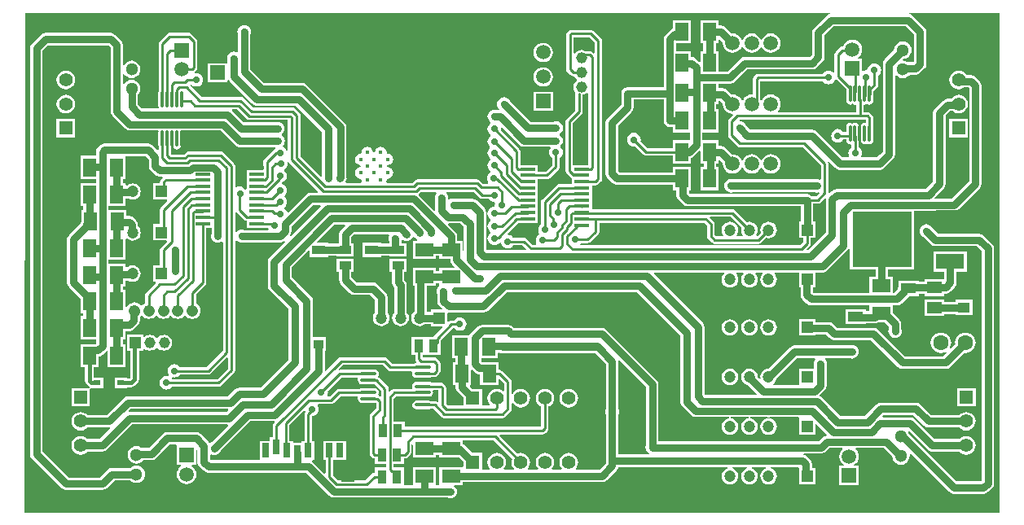
<source format=gbl>
%FSTAX23Y23*%
%MOIN*%
%SFA1B1*%

%IPPOS*%
%AMD93*
4,1,8,0.025100,0.007500,-0.025100,0.007500,-0.032600,0.000000,-0.032600,0.000000,-0.025100,-0.007500,0.025100,-0.007500,0.032600,0.000000,0.032600,0.000000,0.025100,0.007500,0.0*
1,1,0.014992,0.025100,0.000000*
1,1,0.014992,-0.025100,0.000000*
1,1,0.014992,-0.025100,0.000000*
1,1,0.014992,0.025100,0.000000*
%
%ADD16C,0.015748*%
%ADD17C,0.010000*%
%ADD24R,0.053937X0.075197*%
%ADD27R,0.051181X0.043307*%
%ADD29R,0.059378X0.047500*%
%ADD36R,0.045275X0.045275*%
%ADD43R,0.047244X0.047244*%
%ADD65C,0.045275*%
%ADD68C,0.047244*%
%ADD70C,0.055118*%
%ADD71R,0.055118X0.055118*%
%ADD74R,0.045275X0.045275*%
%ADD76R,0.055118X0.055118*%
%ADD79C,0.030000*%
%ADD80C,0.062992*%
%ADD81R,0.062992X0.062992*%
%ADD82C,0.059055*%
%ADD83R,0.059055X0.059055*%
%ADD84C,0.015748*%
%ADD85R,0.059055X0.059055*%
%ADD86C,0.051181*%
%ADD87R,0.051181X0.051181*%
%ADD88C,0.047559*%
%ADD89C,0.137795*%
%ADD90C,0.027559*%
%ADD91R,0.075197X0.053937*%
%ADD92R,0.037594X0.053394*%
G04~CAMADD=93~8~0.0~0.0~651.7~149.9~75.0~0.0~15~0.0~0.0~0.0~0.0~0~0.0~0.0~0.0~0.0~0~0.0~0.0~0.0~0.0~651.7~149.9*
%ADD93D93*%
%ADD94R,0.065173X0.014992*%
%ADD95R,0.031496X0.059055*%
%ADD96R,0.051181X0.055118*%
%ADD97R,0.039370X0.037401*%
%ADD98R,0.055118X0.074803*%
%ADD99R,0.062992X0.041339*%
%ADD100R,0.031496X0.023622*%
%ADD101R,0.118110X0.062992*%
%ADD102R,0.244094X0.228346*%
%ADD103O,0.011811X0.066929*%
%ADD104R,0.057087X0.037401*%
%ADD105R,0.049689X0.031815*%
%ADD106R,0.062992X0.011811*%
%LNpcb1-1*%
%LPD*%
G36*
X11791Y03425D02*
X07804D01*
X07801Y03428*
X07805Y05472*
X11097*
X11097Y05467*
X11092Y05466*
X11084Y0546*
X11031Y05408*
X11026Y05399*
X11024Y0539*
Y05302*
X11013Y05291*
X10748*
X10738Y05289*
X1073Y05283*
X10678Y05232*
X10641*
Y05315*
X1063*
Y05346*
X10641*
Y05361*
X10646Y05363*
X10659Y0535*
X10658Y05347*
X1066Y05337*
X10664Y05327*
X1067Y05319*
X10678Y05313*
X10688Y05309*
X10698Y05307*
X10709Y05309*
X10718Y05313*
X10727Y05319*
X10733Y05327*
X10735Y05332*
X1074*
X10743Y05327*
X10749Y05319*
X10757Y05313*
X10767Y05309*
X10777Y05307*
X10787Y05309*
X10797Y05313*
X10805Y05319*
X10812Y05327*
X10814Y05332*
X10819*
X10821Y05327*
X10828Y05319*
X10836Y05313*
X10845Y05309*
X10856Y05307*
X10866Y05309*
X10876Y05313*
X10884Y05319*
X1089Y05327*
X10894Y05337*
X10896Y05347*
X10894Y05357*
X1089Y05367*
X10884Y05375*
X10876Y05382*
X10866Y05386*
X10856Y05387*
X10845Y05386*
X10836Y05382*
X10828Y05375*
X10821Y05367*
X10819Y05362*
X10814*
X10812Y05367*
X10805Y05375*
X10797Y05382*
X10787Y05386*
X10777Y05387*
X10767Y05386*
X10757Y05382*
X10749Y05375*
X10743Y05367*
X1074Y05362*
X10735*
X10733Y05367*
X10727Y05375*
X10718Y05382*
X10709Y05386*
X10698Y05387*
X10695Y05387*
X1067Y05411*
X10662Y05417*
X10652Y05419*
X10641*
Y05441*
X10567*
Y05346*
X10579*
Y05315*
X10567*
Y05272*
X10562Y0527*
X10549Y05283*
X10541Y05289*
X10531Y05291*
X10529*
Y05315*
X10468*
Y05346*
X10529*
Y05441*
X10455*
Y05407*
X10452Y05407*
X10444Y05401*
X10424Y05382*
X10419Y05373*
X10417Y05364*
Y05167*
X10268*
X10259Y05165*
X1025Y05159*
X10245Y05151*
X10243Y05141*
Y05094*
X10186Y05037*
X10181Y05029*
X10179Y05019*
Y04814*
X10181Y04805*
X10186Y04796*
X10208Y04775*
X10216Y04769*
X10226Y04767*
X10455*
Y04745*
X10469*
Y04725*
X10471Y04715*
X10477Y04707*
X10497Y04686*
X10505Y04681*
X10515Y04679*
X10978*
Y04616*
X1097*
Y04583*
X1097Y04582*
X1097Y04581*
Y04549*
X10988*
Y04533*
X10974Y04519*
X10077*
X10076Y04524*
X10078Y04527*
X10106*
X10112Y04529*
X10116Y04532*
X10148Y04563*
X10151Y04568*
X10153Y04574*
Y04611*
X10583*
X10594Y04599*
Y04557*
X10596Y04551*
X10599Y04546*
X10615Y0453*
X1062Y04526*
X10626Y04525*
X10804*
X1081Y04526*
X10815Y0453*
X10836Y0455*
X10837Y04549*
X10846Y04548*
X10855Y04549*
X10863Y04553*
X1087Y04558*
X10875Y04565*
X10879Y04573*
X1088Y04582*
X10879Y04591*
X10875Y04599*
X1087Y04606*
X10863Y04612*
X10855Y04615*
X10846Y04616*
X10837Y04615*
X10829Y04612*
X10822Y04606*
X10817Y04599*
X10813Y04591*
X10812Y04582*
X10813Y04573*
X10814Y04572*
X108Y04558*
X10798Y04558*
X10795Y04564*
X10797Y04565*
X108Y04573*
X10801Y04582*
X108Y04591*
X10797Y04599*
X10791Y04606*
X10784Y04612*
X10776Y04615*
X10767Y04616*
X10758Y04615*
X10757Y04614*
X10708Y04663*
X10703Y04666*
X10697Y04667*
X10123*
Y04714*
Y04739*
Y04765*
X10138*
X10144Y04766*
X10149Y04769*
X1016Y0478*
X10163Y04785*
X10164Y04791*
Y05356*
X10163Y05362*
X1016Y05367*
X10129Y05397*
X10124Y054*
X10119Y05402*
X10039*
X10033Y054*
X10028Y05397*
X10022Y05391*
X10019Y05386*
X10018Y0538*
Y05241*
X10019Y05235*
X10022Y0523*
X10036Y05216*
X10041Y05213*
X10047Y05212*
X10051*
X10052Y0521*
X10057Y05204*
X10061Y052*
Y05194*
X10057Y05191*
X10052Y05184*
X10048Y05176*
X10047Y05168*
X10048Y05159*
X10052Y05151*
X10055Y05147*
X10054Y05141*
Y05072*
X1002Y05038*
X10017Y05033*
X10016Y05027*
Y04824*
X10017Y04818*
X1002Y04813*
X10037Y04796*
X1004Y04794*
Y04769*
X09988*
X09982Y04768*
X09977Y04765*
X0992Y04707*
X09916Y04703*
X09915Y04697*
Y04606*
X09911Y04603*
X09906Y04597*
X09904Y0459*
X09903Y04583*
X09904Y04576*
X09906Y04569*
X09907Y04568*
X09906Y04562*
X09901Y04559*
X09897Y04553*
X09894Y04546*
X09893Y04539*
X09894Y04532*
X09896Y04527*
X09894Y04522*
X0988*
X09856Y04546*
X09851Y04549*
X09845Y0455*
X09802*
X09799Y04555*
X09793Y04559*
X09786Y04562*
X09781Y04562*
X09779Y04567*
X09822Y0461*
X09861*
X09867Y04611*
X09867Y04611*
X09902*
Y04637*
Y04663*
Y04688*
Y04714*
Y04739*
Y04765*
Y0479*
X09939*
X09945Y04791*
X0995Y04795*
X09987Y04831*
X0999Y04836*
X09991Y04842*
Y04878*
X09996Y04881*
X1Y04887*
X10003Y04894*
X10004Y04901*
X10003Y04908*
X1Y04915*
X09996Y04921*
X09994Y04922*
Y04927*
X09996Y04929*
X1Y04934*
X10003Y04941*
X10004Y04948*
X10003Y04956*
X1Y04962*
X09996Y04968*
X09992Y04971*
X09991Y04972*
Y04976*
X09992Y04977*
X09996Y0498*
X1Y04986*
X10003Y04992*
X10004Y05*
X10003Y05007*
X1Y05013*
X09996Y05019*
X0999Y05024*
X09983Y05026*
X09976Y05027*
X09969Y05026*
X09965Y05025*
X09872*
X09789Y05109*
X09787Y05112*
X09783Y05118*
X09777Y05122*
X0977Y05125*
X09763Y05126*
X09756Y05125*
X09749Y05122*
X09744Y05118*
X09739Y05112*
X09736Y05105*
X09735Y05098*
X09736Y05091*
X09739Y05084*
X09744Y05078*
X09744Y05078*
X09742Y05073*
X09734*
X09731Y05074*
X09724Y05075*
X09717Y05074*
X0971Y05072*
X09704Y05067*
X097Y05061*
X09697Y05055*
X09696Y05048*
X09697Y0504*
X097Y05034*
X09704Y05028*
X09709Y05024*
X09709Y05023*
Y0502*
X09709Y05019*
X09704Y05015*
X097Y05009*
X09697Y05003*
X09696Y04996*
X09697Y04988*
X097Y04982*
X09704Y04976*
X09708Y04973*
X09708Y04972*
Y04968*
X09708Y04967*
X09704Y04964*
X097Y04958*
X09697Y04952*
X09696Y04944*
X09697Y04937*
X097Y0493*
X09704Y04925*
X09706Y04923*
Y04918*
X09704Y04917*
X097Y04911*
X09697Y04904*
X09696Y04897*
X09697Y0489*
X097Y04883*
X09704Y04877*
X09708Y04875*
X09708Y04874*
Y04869*
X09708Y04869*
X09704Y04866*
X097Y0486*
X09697Y04853*
X09696Y04846*
X09697Y04839*
X097Y04832*
X09704Y04826*
X09708Y04824*
X09707Y04818*
X09707Y04818*
X09701Y04813*
X09697Y04808*
X09694Y04801*
X09693Y04794*
X09694Y04786*
X09697Y0478*
X09699Y04777*
X09697Y04772*
X09678*
X09666Y04784*
X09661Y04787*
X09659Y04788*
X09659Y04788*
X09653Y04789*
X09409*
X09403Y04788*
X09398Y04784*
X09389Y04775*
X09284*
X09282Y0478*
X09283Y04788*
X09285Y0479*
X09287Y04792*
X09296Y04794*
X09304Y04799*
X09309Y04807*
X09311Y04816*
X09309Y04825*
X09304Y04833*
X09296Y04838*
X09287Y0484*
X09286Y04841*
Y04846*
X09287Y04847*
X09296Y04849*
X09304Y04854*
X09309Y04862*
X09311Y04871*
X09309Y0488*
X09304Y04888*
X09296Y04893*
X09287Y04895*
X09285Y04897*
X09283Y049*
X09282Y04908*
X09276Y04916*
X09269Y04921*
X09259Y04923*
X0925Y04921*
X09242Y04916*
X09237Y04908*
X09236Y04902*
X09231Y04899*
X09229Y04899*
X09228Y049*
X09226Y04908*
X09221Y04916*
X09213Y04921*
X09204Y04923*
X09195Y04921*
X09187Y04916*
X09182Y04908*
X0918Y04899*
X09178Y04897*
X09176Y04895*
X09167Y04893*
X0916Y04888*
X09154Y0488*
X09153Y04871*
X09154Y04862*
X0916Y04854*
X09167Y04849*
X09175Y04847*
X09177Y04844*
X09175Y0484*
X09167Y04838*
X0916Y04833*
X09154Y04825*
X09153Y04816*
X09154Y04807*
X0916Y04799*
X09167Y04794*
X09176Y04792*
X09178Y0479*
X0918Y04788*
X09182Y0478*
X09179Y04775*
X09118*
X09116Y0478*
X09116Y0478*
X09119Y04787*
X0912Y04794*
X09119Y04796*
Y05003*
X09118Y05013*
X09112Y05021*
X08955Y05178*
X08947Y05183*
X08937Y05185*
X08782*
X08726Y05241*
Y05383*
X08727Y05386*
X08728Y05393*
X08727Y054*
X08724Y05407*
X0872Y05413*
X08714Y05417*
X08707Y0542*
X087Y05421*
X08693Y0542*
X08686Y05417*
X08681Y05413*
X08676Y05407*
X08673Y054*
X08672Y05393*
X08673Y05386*
X08675Y05383*
Y05312*
X0867Y0531*
X08665Y05312*
X08658Y05313*
X08651Y05312*
X08644Y05309*
X08638Y05305*
X08634Y05299*
X08631Y05292*
X0863Y05285*
X08631Y05278*
X08632Y05274*
Y0527*
X08632Y05265*
X08627*
X08552*
Y05186*
X08632*
Y05195*
X08637Y05196*
X0864Y05191*
X08731Y051*
X0874Y05094*
X0875Y05092*
X08912*
X09019Y04985*
Y04803*
X09019Y04802*
X09013Y048*
X08931Y04882*
Y0505*
X0893Y05056*
X08927Y05061*
X08908Y05079*
X08903Y05083*
X08897Y05084*
X08736*
X08697Y05123*
X08692Y05126*
X08686Y05127*
X08525*
X0848Y05173*
X08482Y05178*
X08483Y05178*
X08484Y05177*
X0849Y05172*
X08496Y0517*
X08503Y05169*
X08511Y0517*
X08517Y05172*
X08523Y05177*
X08528Y05182*
X0853Y05189*
X08531Y05196*
X0853Y05204*
X08528Y0521*
X08523Y05216*
X08517Y0522*
X08511Y05223*
X08503Y05224*
X085Y05224*
X08498Y05228*
X08499Y05229*
X08504Y05235*
X08508Y0524*
X08509Y05246*
Y05354*
X08508Y0536*
X08504Y05365*
X08485Y05384*
X0848Y05388*
X08474Y05389*
X08395*
X08389Y05388*
X08384Y05384*
X08355Y05355*
X08352Y0535*
X0835Y05344*
Y0515*
X08349Y05145*
Y0509*
X0835Y05085*
X08348Y0508*
X08282*
X08265Y05097*
Y05136*
X08271Y05143*
X08274Y05152*
X08276Y05161*
X08274Y0517*
X08271Y05179*
X08265Y05186*
X08258Y05192*
X08249Y05196*
X0824Y05197*
X0823Y05196*
X08222Y05192*
X08214Y05186*
X08209Y0518*
X08206Y0518*
X08204Y05181*
Y0522*
X08206Y05221*
X08209Y05221*
X08214Y05214*
X08222Y05209*
X0823Y05205*
X0824Y05204*
X08249Y05205*
X08258Y05209*
X08265Y05214*
X08271Y05222*
X08274Y0523*
X08276Y0524*
X08274Y05249*
X08271Y05258*
X08265Y05265*
X08258Y05271*
X08249Y05274*
X0824Y05276*
X0823Y05274*
X08222Y05271*
X08214Y05265*
X08209Y05258*
X08206Y05259*
X08204Y0526*
Y05339*
X08202Y05349*
X08197Y05357*
X08172Y05382*
X08164Y05387*
X08154Y05389*
X07887*
X07878Y05387*
X07869Y05382*
X07832Y05344*
X07826Y05336*
X07824Y05326*
Y03665*
X07826Y03655*
X07832Y03647*
X07954Y03525*
X07962Y03519*
X07972Y03517*
X0812*
X08129Y03519*
X08138Y03525*
X0817Y03557*
X08234*
X08241Y03551*
X0825Y03548*
X08259Y03546*
X08269Y03548*
X08277Y03551*
X08285Y03557*
X0829Y03564*
X08294Y03573*
X08295Y03582*
X08294Y03591*
X0829Y036*
X08285Y03608*
X08277Y03613*
X08269Y03617*
X08259Y03618*
X0825Y03617*
X08241Y03613*
X08234Y03608*
X08159*
X08149Y03606*
X08141Y036*
X08109Y03568*
X07983*
X07875Y03675*
Y05316*
X07898Y05338*
X08143*
X08153Y05329*
Y05068*
X08155Y05059*
X08161Y0505*
X08214Y04997*
X08223Y04991*
X08232Y04989*
X08347*
X0835Y04985*
X08349Y04984*
Y04929*
X0835Y04924*
Y04912*
X08345Y04909*
X08344Y0491*
X08325Y04929*
X08316Y04934*
X08307Y04936*
X08129*
X0812Y04934*
X08111Y04929*
X08102Y04919*
X08096Y04911*
X08094Y04901*
Y04886*
X08031*
Y0479*
X08094*
Y04775*
X08031*
Y0468*
X08042*
Y04663*
X08033*
Y04616*
X08032Y04615*
X08031Y04609*
X07983Y04562*
X07978Y04554*
X07976Y04544*
Y04469*
X07975Y04465*
X07974Y04458*
X07975Y04451*
X07976Y04448*
Y04366*
X07978Y04356*
X07983Y04348*
X08031Y04301*
Y04242*
X08042*
Y04229*
X0803*
Y04134*
X08094*
Y04117*
X08091Y04115*
X08079*
X08076Y04114*
X0803*
Y04019*
X08049*
Y03965*
X0805Y03958*
X08054Y03953*
X08063Y03943*
X08069Y03939*
X08068Y03935*
X08065*
X08032*
X08031Y03935*
X0803Y03935*
X07993*
Y03898*
X07993Y03897*
X07993Y03896*
Y0386*
X0803*
X08031Y03859*
X08032Y0386*
X08069*
Y03896*
X08069Y03897*
X08069Y03898*
Y0393*
Y03931*
X08072Y03934*
X08073*
X08123*
Y03978*
X08085*
Y04019*
X08104*
Y04064*
X08112Y04065*
X0812Y04071*
X08137Y04088*
X08142Y04086*
Y04019*
X08216*
Y04114*
X08204*
Y04134*
X08216*
Y04168*
X0823*
X0824Y0417*
X08248Y04176*
X08265Y04193*
X08271Y04202*
X08273Y04211*
Y04225*
X08276Y04227*
X08278Y0423*
X08284*
X08286Y04227*
X08293Y04222*
X08302Y04219*
X08311Y04217*
X08319Y04219*
X08328Y04222*
X08335Y04227*
X08337Y0423*
X08343*
X08345Y04227*
X08353Y04222*
X08361Y04219*
X0837Y04217*
X08378Y04219*
X08387Y04222*
X08394Y04227*
X08396Y0423*
X08402*
X08405Y04227*
X08412Y04222*
X0842Y04219*
X08429Y04217*
X08437Y04219*
X08446Y04222*
X08453Y04227*
X08455Y0423*
X08461*
X08464Y04227*
X08471Y04222*
X08479Y04219*
X08488Y04217*
X08497Y04219*
X08505Y04222*
X08512Y04227*
X08517Y04234*
X08521Y04243*
X08522Y04251*
X08521Y0426*
X08517Y04269*
X08512Y04276*
X08505Y04281*
X08503Y04282*
Y04318*
X08542Y04357*
X08545Y04362*
X08546Y04368*
Y04592*
X08567*
Y04567*
X08565Y04564*
X08564Y04557*
X08565Y04549*
X08568Y04543*
X08572Y04537*
X08578Y04533*
X08585Y0453*
X08592Y04529*
X08599Y0453*
X08606Y04533*
X08608Y04534*
X08613Y04531*
Y04087*
X08546Y04021*
X08438*
X08435Y04025*
X08429Y04029*
X08422Y04032*
X08415Y04033*
X08408Y04032*
X08401Y04029*
X08395Y04025*
X08391Y04019*
X08388Y04013*
X08387Y04005*
X08388Y03998*
X08391Y03992*
X08392Y0399*
X08391Y03983*
X0839Y03983*
X08389Y03983*
X08382Y03984*
X08375Y03983*
X08368Y0398*
X08363Y03976*
X08358Y0397*
X08355Y03963*
X08355Y03956*
X08355Y03949*
X08358Y03942*
X08363Y03937*
X08368Y03932*
X08375Y03929*
X08382Y03928*
X08389Y03929*
X08396Y03932*
X08402Y03937*
X08405Y03941*
X08596*
X08602Y03942*
X08607Y03945*
X08659Y03997*
X08662Y04002*
X08663Y04008*
Y04538*
X08668Y0454*
X08671Y04537*
X08677Y04533*
X08683Y0453*
X0869Y04529*
X08698Y0453*
X08701Y04531*
X08848*
X08858Y04533*
X08865Y04538*
X08868Y04534*
X08804Y0447*
X08799Y04462*
X08797Y04452*
Y04354*
X08799Y04344*
X08804Y04336*
X08882Y04258*
Y04051*
X08768Y03937*
X0868*
X0867Y03935*
X08662Y0393*
X08633Y03901*
X08226*
X08216Y03899*
X08208Y03894*
X08139Y03824*
X08059*
X08058Y03826*
X0805Y03832*
X08041Y03835*
X08031Y03837*
X08021Y03835*
X08012Y03832*
X08004Y03826*
X07998Y03818*
X07994Y03809*
X07993Y03799*
X07994Y03789*
X07998Y0378*
X08004Y03772*
X08012Y03766*
X08021Y03762*
X08031Y03761*
X08041Y03762*
X0805Y03766*
X08058Y03772*
X08059Y03773*
X08149*
X0815Y03773*
X08152Y03769*
X08109Y03726*
X08059*
X08058Y03727*
X0805Y03733*
X08041Y03737*
X08031Y03738*
X08021Y03737*
X08012Y03733*
X08004Y03727*
X07998Y03719*
X07994Y0371*
X07993Y037*
X07994Y0369*
X07998Y03681*
X08004Y03674*
X08012Y03667*
X08021Y03664*
X08031Y03662*
X08041Y03664*
X0805Y03667*
X08058Y03674*
X08059Y03675*
X0812*
X08129Y03677*
X08138Y03682*
X08241Y03786*
X08632*
X08634Y03781*
X08567Y03714*
X08564Y03713*
X08561Y03711*
X08556Y03711*
X08553Y03716*
X08521Y03748*
X08513Y03753*
X08503Y03755*
X08385*
X08376Y03753*
X08367Y03748*
X0831Y0369*
X08279*
X08277Y03692*
X08269Y03696*
X08259Y03697*
X0825Y03696*
X08241Y03692*
X08234Y03686*
X08228Y03679*
X08225Y0367*
X08223Y03661*
X08225Y03652*
X08228Y03643*
X08234Y03636*
X08241Y0363*
X0825Y03626*
X08259Y03625*
X08269Y03626*
X08277Y0363*
X08285Y03636*
X08288Y03639*
X0832*
X0833Y03641*
X08339Y03647*
X08396Y03704*
X08422*
X08425Y037*
Y03662*
X08424Y03661*
X08425Y0366*
Y03621*
X0844*
X08444Y03617*
X08444Y03616*
X08436Y0361*
X0843Y03602*
X08426Y03592*
X08424Y03582*
X08426Y03572*
X0843Y03562*
X08436Y03554*
X08444Y03548*
X08454Y03544*
X08464Y03542*
X08474Y03544*
X08484Y03548*
X08492Y03554*
X08499Y03562*
X08503Y03572*
X08504Y03582*
X08503Y03592*
X08499Y03602*
X08492Y0361*
X08484Y03616*
X08484Y03617*
X08488Y03621*
X08504*
Y0366*
X08504Y03661*
X08504Y03662*
Y03682*
X08509Y03685*
X08509Y03684*
Y03631*
X08511Y03621*
X08517Y03613*
X08534Y03596*
X08543Y0359*
X08553Y03588*
X08908*
X08912Y03587*
X08919Y03586*
X08926Y03587*
X08929Y03588*
X08954*
X09049Y03493*
X09057Y03488*
X09067Y03486*
X09533*
X09536Y03484*
X09543Y03484*
X0955Y03484*
X09557Y03487*
X09562Y03492*
X09567Y03497*
X0957Y03504*
X09571Y03511*
X0957Y03519*
X09567Y03525*
X09562Y03531*
X09559Y03533*
X09561Y03538*
X09594*
Y0355*
X10166*
X10176Y03552*
X10184Y03557*
X10224Y03598*
X1023Y03606*
X10231Y03612*
X10679*
X1068Y03607*
X10672Y03604*
X10664Y03598*
X10659Y03591*
X10656Y03583*
X10655Y03574*
X10656Y03566*
X10659Y03557*
X10664Y0355*
X10672Y03545*
X1068Y03542*
X10688Y0354*
X10697Y03542*
X10705Y03545*
X10712Y0355*
X10718Y03557*
X10721Y03566*
X10722Y03574*
X10721Y03583*
X10718Y03591*
X10712Y03598*
X10705Y03604*
X10697Y03607*
X10698Y03612*
X10757*
X10758Y03607*
X1075Y03604*
X10743Y03598*
X10738Y03591*
X10734Y03583*
X10733Y03574*
X10734Y03566*
X10738Y03557*
X10743Y0355*
X1075Y03545*
X10758Y03542*
X10767Y0354*
X10776Y03542*
X10784Y03545*
X10791Y0355*
X10797Y03557*
X108Y03566*
X10801Y03574*
X108Y03583*
X10797Y03591*
X10791Y03598*
X10784Y03604*
X10776Y03607*
X10777Y03612*
X10836*
X10837Y03607*
X10829Y03604*
X10822Y03598*
X10817Y03591*
X10813Y03583*
X10812Y03574*
X10813Y03566*
X10817Y03557*
X10822Y0355*
X10829Y03545*
X10837Y03542*
X10846Y0354*
X10855Y03542*
X10863Y03545*
X1087Y0355*
X10875Y03557*
X10879Y03566*
X1088Y03574*
X10879Y03583*
X10875Y03591*
X1087Y03598*
X10863Y03604*
X10855Y03607*
X10856Y03612*
X10967*
X1097Y03608*
Y03575*
X1097Y03574*
X1097Y03573*
Y03541*
X11002*
X11003Y03541*
X11004Y03541*
X11037*
Y03573*
X11037Y03574*
X11037Y03575*
Y03608*
X11024*
Y03624*
X11022Y03633*
X11017Y03642*
X11003Y03655*
X10994Y03661*
X10989Y03662*
X1099Y03667*
X11062*
X11072Y03669*
X11081Y03674*
X11095Y03689*
X11147*
X11149Y03684*
X11147Y03683*
X11141Y03675*
X11137Y03665*
X11136Y03655*
X11137Y03645*
X11141Y03635*
X11147Y03627*
X11155Y03621*
X11155Y0362*
X11152Y03616*
X11136*
Y03578*
X11136Y03576*
X11136Y03575*
Y03537*
X11174*
X11176Y03537*
X11177Y03537*
X11215*
Y03575*
X11215Y03576*
X11215Y03578*
Y03616*
X11199*
X11196Y0362*
X11196Y03621*
X11204Y03627*
X1121Y03635*
X11214Y03645*
X11216Y03655*
X11214Y03665*
X1121Y03675*
X11204Y03683*
X11202Y03684*
X11204Y03689*
X11317*
X11352Y03655*
X11353Y03648*
X11356Y03639*
X11362Y03632*
X11369Y03626*
X11378Y03622*
X11387Y03621*
X11397Y03622*
X11405Y03626*
X11413Y03632*
X11418Y03639*
X11422Y03648*
X11423Y03657*
X11423Y03661*
X11427Y03667*
X11428Y03667*
X11586Y03509*
X11594Y03504*
X11604Y03502*
X11726*
X11736Y03504*
X11744Y03509*
X11762Y03527*
X11767Y03535*
X11769Y03545*
Y04506*
X11767Y04515*
X11762Y04524*
X11725Y0456*
X11717Y04565*
X11707Y04567*
X11539*
X11517Y04589*
X11516Y04592*
X11511Y04598*
X11506Y04602*
X11499Y04605*
X11492Y04606*
X11484Y04605*
X11478Y04602*
X11472Y04598*
X11468Y04592*
X11465Y04585*
X11464Y04578*
X11465Y04571*
X11468Y04564*
X11472Y04559*
X11478Y04554*
X11481Y04553*
X1151Y04524*
X11518Y04518*
X11528Y04516*
X11697*
X11718Y04495*
Y03555*
X11715Y03553*
X11614*
X11422Y03745*
X11422Y03745*
X11418Y03754*
X11417Y03755*
X11421Y03759*
X11497Y03682*
X11505Y03677*
X11515Y03675*
X11627*
X11628Y03674*
X11636Y03667*
X11645Y03664*
X11655Y03662*
X11665Y03664*
X11674Y03667*
X11682Y03674*
X11688Y03681*
X11692Y0369*
X11693Y037*
X11692Y0371*
X11688Y03719*
X11682Y03727*
X11674Y03733*
X11665Y03737*
X11655Y03738*
X11645Y03737*
X11636Y03733*
X11628Y03727*
X11627Y03726*
X11526*
X11444Y03807*
X11436Y03813*
X11426Y03815*
X11313*
X11311Y03819*
X11316Y03824*
X11438*
X11482Y03781*
X1149Y03775*
X115Y03773*
X11627*
X11628Y03772*
X11636Y03766*
X11645Y03762*
X11655Y03761*
X11665Y03762*
X11674Y03766*
X11682Y03772*
X11688Y0378*
X11692Y03789*
X11693Y03799*
X11692Y03809*
X11688Y03818*
X11682Y03826*
X11674Y03832*
X11665Y03835*
X11655Y03837*
X11645Y03835*
X11636Y03832*
X11628Y03826*
X11627Y03824*
X11511*
X11467Y03868*
X11459Y03873*
X11449Y03875*
X11305*
X11296Y03873*
X11287Y03868*
X11239Y0382*
X1114*
X11061Y03899*
X11056Y03902*
X11056Y03907*
X11075Y03927*
X11081Y03935*
X11083Y03945*
Y04023*
X11084Y04026*
X11085Y04033*
X11084Y04041*
X11081Y04047*
X11077Y04053*
X11078Y04054*
X11079Y04058*
X11177*
X1118Y04056*
X11187Y04055*
X11195Y04056*
X11201Y04059*
X11207Y04064*
X11212Y04069*
X11214Y04076*
X11215Y04083*
X11214Y0409*
X11212Y04097*
X11207Y04103*
X11201Y04107*
X11195Y0411*
X11187Y04111*
X1118Y0411*
X11177Y04109*
X10952*
X10942Y04107*
X10934Y04101*
X10846Y04014*
X10846Y04014*
X10837Y04013*
X10829Y04009*
X10822Y04004*
X10817Y03997*
X10813Y03989*
X10812Y0398*
X10813Y03975*
X10808Y03973*
X10801Y0398*
X10801Y0398*
X108Y03989*
X10797Y03997*
X10791Y04004*
X10784Y04009*
X10776Y04013*
X10767Y04014*
X10758Y04013*
X1075Y04009*
X10743Y04004*
X10738Y03997*
X10734Y03989*
X10733Y0398*
X10734Y03971*
X10738Y03963*
X10743Y03956*
X1075Y0395*
X10758Y03947*
X10762Y03947*
X10797Y03912*
X10795Y03907*
X10663*
X10661Y03907*
X10587*
X10584Y03909*
Y04185*
X10582Y04194*
X10577Y04203*
X10375Y04404*
X10377Y04408*
X10663*
X10664Y04405*
X10664Y04403*
X10659Y04396*
X10656Y04388*
X10655Y04379*
X10656Y04371*
X10659Y04362*
X10664Y04355*
X10672Y0435*
X1068Y04347*
X10688Y04346*
X10697Y04347*
X10705Y0435*
X10712Y04355*
X10718Y04362*
X10721Y04371*
X10722Y04379*
X10721Y04388*
X10718Y04396*
X10713Y04403*
X10713Y04405*
X10714Y04408*
X10742*
X10743Y04405*
X10743Y04403*
X10738Y04396*
X10734Y04388*
X10733Y04379*
X10734Y04371*
X10738Y04362*
X10743Y04355*
X1075Y0435*
X10758Y04347*
X10767Y04346*
X10776Y04347*
X10784Y0435*
X10791Y04355*
X10797Y04362*
X108Y04371*
X10801Y04379*
X108Y04388*
X10797Y04396*
X10791Y04403*
X10791Y04405*
X10793Y04408*
X10821*
X10822Y04405*
X10822Y04403*
X10817Y04396*
X10813Y04388*
X10812Y04379*
X10813Y04371*
X10817Y04362*
X10822Y04355*
X10829Y0435*
X10837Y04347*
X10846Y04346*
X10855Y04347*
X10863Y0435*
X1087Y04355*
X10875Y04362*
X10879Y04371*
X1088Y04379*
X10879Y04388*
X10875Y04396*
X1087Y04403*
X1087Y04405*
X10871Y04408*
X1097*
Y0438*
X1097Y04379*
X1097Y04378*
Y04346*
X10977*
Y04316*
X10979Y04307*
X10984Y04298*
X11002Y04281*
X1101Y04275*
X1102Y04273*
X11259*
Y0425*
X11244*
Y04257*
X11161*
Y04196*
X11244*
Y04199*
X1128*
X11289Y04201*
X11294Y04204*
X1132*
X11338Y04187*
Y04178*
X11337Y04175*
X11336Y04168*
X11337Y0416*
X1134Y04154*
X11344Y04148*
X1135Y04144*
X11356Y04141*
X11364Y0414*
X11371Y04141*
X11378Y04144*
X11383Y04148*
X11388Y04154*
X11391Y0416*
X11391Y04168*
X11391Y04175*
X11389Y04178*
Y04197*
X11387Y04207*
X11382Y04215*
X11354Y04243*
Y04273*
X11372*
X11381Y04275*
X1139Y04281*
X1142Y04311*
X11421Y04312*
X1146*
Y0432*
X11484*
Y04312*
X11564*
Y04322*
X11572*
X11581Y04324*
X1159Y0433*
X11607Y04347*
X11613Y04356*
X11615Y04366*
Y04411*
X11658*
Y04494*
X1152*
Y04411*
X11564*
Y04385*
X11564Y0438*
X11484*
Y04371*
X1146*
Y04374*
X11377*
Y04348*
X11376Y04346*
Y0434*
X11361Y04324*
X11354*
Y0439*
X11334*
Y04419*
X11442*
Y04659*
X11606*
X11615Y04661*
X11624Y04666*
X1171Y04753*
X11716Y04761*
X11718Y04771*
Y05173*
X11716Y05182*
X1171Y05191*
X11692Y0521*
X11683Y05215*
X11674Y05217*
X11655*
X1165Y05223*
X11642Y05229*
X11633Y05233*
X11624Y05234*
X11614Y05233*
X11605Y05229*
X11597Y05223*
X11591Y05215*
X11587Y05206*
X11586Y05196*
X11587Y05187*
X11591Y05177*
X11597Y0517*
X11605Y05164*
X11614Y0516*
X11624Y05158*
X11633Y0516*
X11642Y05164*
X11646Y05166*
X11663*
X11667Y05162*
Y04782*
X11595Y0471*
X11528*
X11526Y04714*
X11563Y04751*
X11568Y04759*
X1157Y04769*
Y0505*
X11589Y05069*
X116*
X11605Y05065*
X11614Y05061*
X11624Y0506*
X11633Y05061*
X11642Y05065*
X1165Y05071*
X11656Y05079*
X1166Y05088*
X11661Y05098*
X1166Y05108*
X11656Y05117*
X1165Y05125*
X11642Y05131*
X11633Y05135*
X11624Y05136*
X11614Y05135*
X11605Y05131*
X11597Y05125*
X11593Y05119*
X11578*
X11568Y05118*
X1156Y05112*
X11527Y05079*
X11521Y0507*
X11519Y05061*
Y0478*
X11489Y0475*
X11123*
X11114Y04748*
X11105Y04742*
X11096Y04733*
X11091Y04735*
Y04853*
X11089Y04859*
X11094Y04861*
X11119Y04836*
X11128Y0483*
X11137Y04828*
X113*
X1131Y0483*
X11318Y04836*
X11356Y04874*
X11362Y04882*
X11364Y04892*
Y05214*
X11369Y05216*
X1137Y05214*
X11377Y05209*
X11386Y05205*
X11395Y05204*
X11404Y05205*
X11413Y05209*
X11421Y05214*
X11424Y05218*
X11448*
X11458Y0522*
X11466Y05226*
X11484Y05243*
X1149Y05252*
X11492Y05261*
Y05393*
X1149Y05403*
X11484Y05411*
X11435Y0546*
X11427Y05466*
X11422Y05467*
X11422Y05472*
X11791*
Y03425*
G37*
G36*
X10134Y05349D02*
Y05307D01*
X10129Y05305*
X10124Y0531*
X1012Y05313*
X10114Y05314*
X10097*
X10097Y05314*
X10089Y05318*
X1008Y05319*
X10072Y05318*
X10064Y05314*
X10057Y05309*
X10053Y05304*
X10048Y05306*
Y05371*
X10112*
X10134Y05349*
G37*
G36*
X11441Y05383D02*
Y05272D01*
X11438Y05269*
X11415*
X11413Y05271*
X11404Y05274*
X11398Y05275*
X11395Y0528*
X11397Y05283*
X11404Y05284*
X11413Y05287*
X11421Y05293*
X11426Y053*
X1143Y05309*
X11431Y05318*
X1143Y05328*
X11426Y05336*
X11421Y05344*
X11413Y05349*
X11404Y05353*
X11395Y05354*
X11386Y05353*
X11377Y05349*
X1137Y05344*
X11364Y05336*
X1136Y05328*
X11359Y05319*
X1132Y05279*
X11315Y05271*
X11313Y05261*
Y04902*
X11289Y04879*
X11228*
X11225Y04884*
X11227Y04889*
X11228Y04896*
X11227Y04904*
X11224Y0491*
X1122Y04916*
X11216Y04919*
Y04968*
X11216Y04968*
Y05005*
X11214Y05012*
X11211Y05017*
X11206Y0502*
X11199Y05022*
X11193Y0502*
X11189Y05018*
X11186Y0502*
X1118Y05022*
X11173Y0502*
X11168Y05017*
X11165Y05012*
X11163Y05005*
Y04983*
X11152*
X11149Y04988*
X11143Y04992*
X11137Y04995*
X11129Y04996*
X11122Y04995*
X11116Y04992*
X1111Y04988*
X11105Y04982*
X11103Y04975*
X11102Y04968*
X11103Y04961*
X11105Y04954*
X1111Y04948*
X11116Y04944*
X11122Y04941*
X11129Y0494*
X11137Y04941*
X11143Y04944*
X11149Y04948*
X11152Y04953*
X11163*
Y0495*
X11165Y04944*
X11168Y04939*
X11173Y04935*
X1118Y04934*
X11181Y04934*
X11185Y04931*
Y04919*
X11181Y04916*
X11176Y0491*
X11173Y04904*
X11172Y04896*
X11173Y04889*
X11175Y04884*
X11173Y04879*
X11148*
X11041Y04986*
X11033Y04992*
X11023Y04993*
X1077*
X10753Y0501*
X10752Y05013*
X10748Y05019*
X10742Y05024*
X10735Y05026*
X10729Y05027*
X10727Y0503*
X10726Y05032*
X10727Y05033*
X11243*
X11244Y05033*
Y05024*
X1124Y05021*
X11239Y05022*
X11232Y0502*
X11227Y05017*
X11224Y05012*
X11222Y05005*
Y0495*
X11224Y04944*
X11227Y04939*
X11232Y04935*
X11239Y04934*
X11245Y04935*
X11249Y04938*
X11252Y04935*
X11258Y04934*
X11265Y04935*
X1127Y04939*
X11273Y04944*
X11275Y0495*
Y04968*
X11275Y04968*
Y05039*
X11273Y05045*
X1127Y0505*
X1126Y0506*
X11255Y05063*
X1125Y05064*
X11235*
Y05093*
X11239Y05095*
X11245Y05097*
X11249Y05099*
X11252Y05097*
X11258Y05095*
X11265Y05097*
X1127Y051*
X11273Y05106*
X11275Y05112*
Y05135*
X11275Y05137*
Y05151*
X1129Y05166*
X11293Y05171*
X11294Y05177*
Y05213*
X11299Y05216*
X11303Y05222*
X11306Y05229*
X11307Y05236*
X11306Y05243*
X11303Y0525*
X11299Y05255*
X11293Y0526*
X11286Y05263*
X11279Y05264*
X11272Y05263*
X11265Y0526*
X11259Y05255*
X11255Y0525*
X11252Y05243*
X11252Y0524*
X11246Y05236*
X11239Y05235*
X11234Y05233*
X11229Y05235*
Y05242*
X11229Y05244*
X11229Y05245*
Y05283*
X11213*
X1121Y05288*
X1121Y05288*
X11218Y05294*
X11224Y05302*
X11228Y05312*
X11229Y05322*
X11228Y05333*
X11224Y05342*
X11218Y05351*
X11209Y05357*
X112Y05361*
X11189Y05362*
X11179Y05361*
X1117Y05357*
X11161Y05351*
X11155Y05342*
X11151Y05334*
X11149*
X11143Y05333*
X11138Y05329*
X11121Y05311*
X11117Y05307*
X11116Y05301*
Y05228*
X11113Y05227*
X11111Y05226*
X11106Y0523*
X11099Y05233*
X11092Y05234*
X11085Y05233*
X11078Y0523*
X11072Y05226*
X11069Y05221*
X10803*
X10797Y0522*
X10792Y05217*
X10786Y05211*
X10783Y05206*
X10781Y052*
Y05141*
X10778Y05138*
X10777Y05138*
X10767Y05136*
X10757Y05132*
X10749Y05126*
X10743Y05118*
X1074Y05113*
X10735*
X10733Y05118*
X10727Y05126*
X10718Y05132*
X10709Y05136*
X10698Y05138*
X10695Y05137*
X10677Y05155*
X10669Y05161*
X10659Y05163*
X10641*
Y05181*
X10688*
X10698Y05183*
X10707Y05188*
X10758Y0524*
X11023*
X11033Y05242*
X11041Y05247*
X11067Y05273*
X11073Y05282*
X11075Y05291*
Y05379*
X11112Y05417*
X11406*
X11441Y05383*
G37*
G36*
X11124Y05198D02*
X11163Y05159D01*
Y05112*
X11165Y05106*
X11168Y051*
X11173Y05097*
X1118Y05095*
X11186Y05097*
X11189Y05099*
X11193Y05097*
X11199Y05095*
X11201Y05096*
X11205Y05093*
Y05064*
X10884*
X10883Y05069*
X10884Y0507*
X1089Y05078*
X10894Y05088*
X10896Y05098*
X10894Y05108*
X1089Y05118*
X10884Y05126*
X10876Y05132*
X10866Y05136*
X10856Y05138*
X10845Y05136*
X10836Y05132*
X10828Y05126*
X10821Y05118*
X10819Y05113*
X10814*
X10812Y05117*
Y05191*
X11069*
X11072Y05187*
X11078Y05182*
X11085Y05179*
X11092Y05178*
X11099Y05179*
X11106Y05182*
X11112Y05187*
X11116Y05192*
X11118Y05197*
X11123Y05198*
X11124Y05198*
G37*
G36*
X08664Y04929D02*
X08672Y04924D01*
X08682Y04922*
X08827*
X08828Y04917*
X08828Y04917*
X08828Y04917*
X08824Y04911*
X08824Y04911*
X08819Y04908*
X08782Y04871*
X08779Y04866*
X08778Y0486*
Y04828*
X0871*
Y04797*
Y0475*
X08705Y04748*
X08702Y04752*
X08696Y04756*
X0869Y04759*
X08683Y0476*
X08675Y04759*
X08669Y04756*
X08668Y04756*
X08663Y04758*
Y04844*
X08662Y0485*
X08659Y04855*
X08615Y04899*
X0861Y04903*
X08604Y04904*
X08471*
X08465Y04903*
X0846Y04899*
X08453Y04892*
X08401*
Y04926*
X08402Y04929*
Y04984*
X08405Y04985*
X08408Y04981*
Y04929*
X0841Y04922*
X08413Y04917*
X08418Y04914*
X08425Y04912*
X08431Y04914*
X08436Y04917*
X0844Y04922*
X08441Y04929*
Y04984*
X08441Y04985*
X08444Y04989*
X08604*
X08664Y04929*
G37*
G36*
X08711Y05038D02*
X08716Y05034D01*
X08722Y05033*
X08879*
Y04907*
X08874Y04906*
X08872Y04911*
X08868Y04917*
X08862Y04921*
X0886Y04922*
X08859Y04928*
X08859Y04928*
X08863Y04933*
X08866Y0494*
X08867Y04947*
X08866Y04955*
X08863Y04961*
X08859Y04967*
X08855Y0497*
X08854Y04975*
X08855Y04976*
X08857Y04978*
X08861Y04984*
X08864Y0499*
X08865Y04998*
X08864Y05005*
X08861Y05011*
X08857Y05017*
X08851Y05022*
X08844Y05024*
X08837Y05025*
X0883Y05024*
X08827Y05023*
X08699*
X0865Y05072*
X08651Y05077*
X08671*
X08711Y05038*
G37*
G36*
X10107Y05142D02*
Y04848D01*
X10046*
Y05021*
X1008Y05055*
X10084Y0506*
X10085Y05066*
Y05136*
X10089Y05136*
X10097Y05139*
X10102Y05144*
X10107Y05142*
G37*
G36*
X09828Y0493D02*
X09836Y04925D01*
X09846Y04923*
X09952*
X09954Y04918*
X09952Y04915*
X09949Y04908*
X09948Y04901*
X09949Y04894*
X09952Y04887*
X09956Y04881*
X09961Y04878*
Y04848*
X09933Y04821*
X09902*
Y04848*
X0983*
Y04904*
X09829Y0491*
X09826Y04915*
X09751Y0499*
X09752Y04996*
X09751Y05*
X09756Y05002*
X09828Y0493*
G37*
G36*
X10417Y05029D02*
X10419Y05019D01*
X10424Y05011*
X10433Y05005*
X10442Y05004*
X10455*
Y04981*
X10525*
Y04949*
X10455*
Y04916*
X10352*
X10322Y04947*
X10323Y04952*
X10322Y04959*
X10319Y04966*
X10314Y04972*
X10309Y04976*
X10302Y04979*
X10295Y0498*
X10288Y04979*
X10281Y04976*
X10275Y04972*
X10271Y04966*
X10268Y04959*
X10267Y04952*
X10268Y04945*
X10271Y04938*
X10275Y04933*
X10281Y04928*
X10288Y04925*
X10295Y04924*
X103Y04925*
X10335Y0489*
X1034Y04887*
X10346Y04886*
X10455*
Y04853*
X10529*
Y04877*
X10531Y04878*
X10539Y04883*
X10562Y04906*
X10567Y04904*
Y04853*
X10581*
Y0484*
X10567*
Y04745*
X10641*
Y0484*
X10632*
Y04853*
X10641*
Y04868*
X10646Y04869*
X10659Y04856*
X10658Y04853*
X1066Y04843*
X10664Y04833*
X1067Y04825*
X10678Y04818*
X10688Y04814*
X10698Y04813*
X10709Y04814*
X10718Y04818*
X10727Y04825*
X10733Y04833*
X10735Y04838*
X1074*
X10743Y04833*
X10749Y04825*
X10757Y04818*
X10767Y04814*
X10777Y04813*
X10787Y04814*
X10797Y04818*
X10805Y04825*
X10812Y04833*
X10814Y04838*
X10819*
X10821Y04833*
X10828Y04825*
X10836Y04818*
X10845Y04814*
X10856Y04813*
X10866Y04814*
X10876Y04818*
X10884Y04825*
X1089Y04833*
X10894Y04843*
X10896Y04853*
X10894Y04863*
X1089Y04873*
X10884Y04881*
X10876Y04887*
X10866Y04891*
X10856Y04893*
X10845Y04891*
X10836Y04887*
X10828Y04881*
X10821Y04873*
X10819Y04868*
X10814*
X10812Y04873*
X10805Y04881*
X10797Y04887*
X10787Y04891*
X10777Y04893*
X10767Y04891*
X10757Y04887*
X10749Y04881*
X10743Y04873*
X1074Y04868*
X10735*
X10733Y04873*
X10727Y04881*
X10718Y04887*
X10709Y04891*
X10698Y04893*
X10695Y04892*
X10668Y04919*
X1066Y04925*
X1065Y04927*
X10641*
Y04949*
X10576*
Y04981*
X10641*
Y05077*
X10632*
Y05098*
X10641*
Y05112*
X10648*
X10659Y05101*
X10658Y05098*
X1066Y05088*
X10664Y05078*
X1067Y0507*
X10678Y05063*
X10688Y05059*
X10698Y05058*
X10699Y05058*
X10701Y05054*
X10684Y05037*
X10681Y05032*
X1068Y05026*
Y04969*
X10681Y04963*
X10684Y04958*
X10717Y04926*
X10722Y04922*
X10728Y04921*
X10985*
X1106Y04846*
Y04791*
X11055Y04788*
X1105Y0479*
X11043Y04791*
X11036Y0479*
X11032Y04789*
X10703*
X107Y0479*
X10692Y04791*
X10685Y0479*
X10679Y04787*
X10673Y04783*
X10668Y04777*
X10666Y0477*
X10665Y04763*
X10666Y04756*
X10668Y04749*
X10673Y04744*
X10679Y04739*
X10685Y04736*
X10692Y04735*
X107Y04736*
X10703Y04738*
X11032*
X11036Y04736*
X11043Y04735*
X1105Y04736*
X1105Y04737*
X11053Y04732*
X1104Y0472*
X11023*
X11021Y04722*
X11013Y04728*
X11003Y0473*
X10526*
X1052Y04735*
Y04745*
X10529*
Y0484*
X10455*
Y04818*
X10236*
X1023Y04825*
Y05009*
X10286Y05065*
X10292Y05074*
X10294Y05083*
Y05116*
X10417*
Y05029*
G37*
G36*
X08308Y04874D02*
X08309Y0487D01*
X0831Y04869*
Y04844*
X08312Y04834*
X08318Y04826*
X08335Y04808*
X08343Y04803*
X08353Y04801*
X08365*
X08367Y04796*
X08361Y0479*
X08357Y04785*
X08356Y04779*
Y04773*
X08328*
Y04741*
X08328Y0474*
X08328Y04739*
Y04706*
X08361*
X08362Y04706*
X08363Y04706*
X08385*
X08386Y04701*
X08361Y04676*
X08357Y04671*
X08356Y04665*
Y04606*
X08328*
Y04573*
X08328Y04572*
X08328Y04571*
Y04539*
X08361*
X08362Y04539*
X08363Y04539*
X08381*
X08383Y04534*
X08361Y04512*
X08357Y04507*
X08356Y04501*
Y04437*
X08327*
Y04404*
X08327Y04403*
X08327Y04402*
Y04369*
X08337*
X08339Y04365*
X083Y04325*
X08296Y0432*
X08295Y04314*
Y04282*
X08293Y04281*
X08286Y04276*
X08284Y04273*
X08278*
X08276Y04276*
X08269Y04281*
X0826Y04284*
X08251Y04286*
X08243Y04284*
X08234Y04281*
X08227Y04276*
X08222Y04269*
X08221Y04267*
X08216Y04268*
Y04337*
X08205*
Y0435*
X08216*
Y04375*
X08224*
X08226Y04374*
X08234Y0437*
X08243Y04369*
X08251Y0437*
X0826Y04374*
X08267Y04379*
X08272Y04386*
X08275Y04394*
X08277Y04403*
X08275Y04412*
X08272Y0442*
X08267Y04427*
X0826Y04432*
X08251Y04436*
X08243Y04437*
X08234Y04436*
X08226Y04432*
X08221Y04429*
X08216Y04432*
Y04445*
X08145*
Y0446*
X08216*
Y04545*
X08221Y04547*
X08227Y04543*
X08235Y0454*
X08244Y04538*
X08252Y0454*
X08261Y04543*
X08268Y04548*
X08273Y04555*
X08276Y04564*
X08278Y04572*
X08276Y04581*
X08273Y04589*
X08268Y04596*
X08266Y04597*
Y04604*
X08264Y04614*
X08259Y04622*
X08248Y04633*
X0824Y04638*
X0823Y0464*
X08218*
Y04663*
X08145*
Y0468*
X08216*
Y04711*
X08226*
X08227Y0471*
X08235Y04707*
X08244Y04706*
X08252Y04707*
X08261Y0471*
X08268Y04716*
X08273Y04723*
X08276Y04731*
X08278Y0474*
X08276Y04748*
X08273Y04757*
X08268Y04764*
X08261Y04769*
X08252Y04772*
X08244Y04774*
X08235Y04772*
X08227Y04769*
X08221Y04765*
X08216Y04767*
Y04775*
X08205*
Y0479*
X08216*
Y04885*
X08296*
X08308Y04874*
G37*
G36*
X09487Y04735D02*
X09487Y04733D01*
X09483Y04728*
X09481Y04721*
X0948Y04714*
X09481Y04707*
X09482Y04704*
Y04665*
X09477Y04662*
X09415Y04724*
X09416Y04729*
X09416Y04729*
X09425Y04738*
X09485*
X09487Y04735*
G37*
G36*
X08883Y04858D02*
X09002Y0474D01*
X09Y04735*
X08971*
X08962Y04733*
X08953Y04728*
X0888Y04654*
X08875Y04656*
X08873Y04661*
X08868Y04667*
X08866Y04669*
X08866Y04675*
X08868Y04677*
X08872Y04682*
X08875Y04689*
X08876Y04696*
X08875Y04704*
X08872Y0471*
X08868Y04716*
X08866Y04717*
Y04722*
X08868Y04724*
X08872Y0473*
X08875Y04736*
X08876Y04744*
X08875Y04751*
X08872Y04757*
X08868Y04763*
X08862Y04768*
X08855Y0477*
X08855Y04775*
X08855Y04776*
X08862Y04779*
X08868Y04783*
X08872Y04789*
X08875Y04795*
X08876Y04803*
X08875Y0481*
X08872Y04817*
X08868Y04822*
X08865Y04825*
X08864Y04827*
X08865Y04831*
X0887Y04834*
X08874Y0484*
X08877Y04847*
X08878Y04854*
X08877Y04859*
X08882Y04861*
X08883Y04858*
G37*
G36*
X0867Y04654D02*
X087Y04623D01*
X08705Y0462*
X0871Y04619*
Y04592*
X08793*
Y04592*
X08798*
X08801Y04587*
X08798Y04582*
X08701*
X08698Y04583*
X0869Y04584*
X08683Y04583*
X08677Y04581*
X08671Y04576*
X08668Y04573*
X08663Y04575*
Y04655*
X08668Y04656*
X0867Y04654*
G37*
G36*
X09013Y04679D02*
X0889Y04556D01*
X08886Y0456*
X08891Y04567*
X08893Y04576*
Y04595*
X08982Y04684*
X09012*
X09013Y04679*
G37*
G36*
X10735Y04593D02*
X10734Y04591D01*
X10733Y04582*
X10734Y04573*
X10738Y04565*
X10741Y04561*
X10739Y04556*
X10717*
X10714Y04561*
X10718Y04565*
X10721Y04573*
X10722Y04582*
X10721Y04591*
X10718Y04599*
X10712Y04606*
X10705Y04612*
X10697Y04615*
X10688Y04616*
X1068Y04615*
X10672Y04612*
X10664Y04606*
X10659Y04599*
X10656Y04591*
X10655Y04582*
X10656Y04573*
X10659Y04565*
X10662Y04561*
X1066Y04556*
X10632*
X10625Y04563*
Y04606*
X10624Y04612*
X10621Y04617*
X10605Y04632*
X10607Y04637*
X10691*
X10735Y04593*
G37*
G36*
X09114Y04599D02*
X09096Y04581D01*
X0909Y04573*
X09088Y04563*
Y04527*
X09079*
Y04527*
X09044*
Y0453*
X09001*
X08999Y04534*
X09069Y04604*
X09112*
X09114Y04599*
G37*
G36*
X1108Y04709D02*
X1108Y04706D01*
Y04571*
X11009Y04499*
X11004*
X11002Y04504*
X11014Y04516*
X11018Y04521*
X11019Y04527*
Y04549*
X11037*
Y04581*
X11037Y04582*
X11037Y04583*
Y04616*
X11029*
Y04689*
X11047*
X11053Y0469*
X11058Y04693*
X11076Y04712*
X1108Y04709*
G37*
G36*
X09664Y04713D02*
X09669Y0471D01*
X09675Y04709*
X09701*
X09704Y04704*
X0971Y047*
X09717Y04697*
X09723Y04696*
X09726Y04692*
X09727Y04691*
X09726Y04685*
X09726Y04682*
X09724Y04677*
X09722Y04677*
X09717Y04676*
X0971Y04673*
X09704Y04669*
X097Y04663*
X09697Y04656*
X09696Y04649*
X09697Y04642*
X097Y04635*
X09704Y04629*
X09708Y04627*
X09708Y04626*
Y04621*
X09708Y0462*
X09704Y04618*
X097Y04612*
X09697Y04605*
X09696Y04598*
X09697Y04591*
X097Y04584*
X09704Y04578*
X09708Y04575*
X09708Y04575*
Y0457*
X09708Y04569*
X09704Y04566*
X097Y04561*
X09697Y04554*
X09696Y04547*
X09697Y0454*
X097Y04533*
X09704Y04527*
X0971Y04523*
X09717Y0452*
X09724Y04519*
X09731Y0452*
X09738Y04523*
X09744Y04527*
X09747Y04531*
X09752Y0453*
X09752Y04528*
X09755Y04521*
X09759Y04515*
X09765Y04511*
X09772Y04508*
X09779Y04507*
X09786Y04508*
X09793Y04511*
X09799Y04515*
X09802Y0452*
X09838*
X09854Y04504*
X09852Y04499*
X09693*
X0969Y04502*
Y04655*
X09688Y04665*
X09683Y04673*
X09653Y04703*
X09645Y04708*
X09635Y0471*
X09567*
X09564Y04711*
X09557Y04712*
X09549Y04711*
X09543Y04709*
X09539Y04706*
X09534Y04709*
X09535Y04714*
X09534Y04721*
X09531Y04728*
X09527Y04733*
X09528Y04735*
X09529Y04738*
X09639*
X09664Y04713*
G37*
G36*
X09588Y04607D02*
D01*
X09599Y04596*
Y04499*
X09594Y04497*
X09594Y04497*
Y04538*
X09572*
Y04557*
X0957Y04566*
X09565Y04575*
X09535Y04605*
X09537Y0461*
X09585*
X09588Y04607*
G37*
G36*
X09294Y04559D02*
X09292Y04554D01*
X09291Y04547*
X09292Y0454*
X09293Y04536*
Y04527*
X0926*
Y0453*
X09183*
Y04472*
X0926*
Y04476*
X09295*
Y04475*
X09365*
Y04527*
X09344*
Y04536*
X09345Y04539*
X0935Y04542*
X09351Y04541*
X09358Y04538*
X09365Y04537*
X09372Y04538*
X09379Y04541*
X09385Y04545*
X09389Y04551*
X09389Y04552*
X09395Y04553*
X09397Y0455*
X09403Y04546*
X09409Y04543*
X09408Y04538*
X0939*
Y04464*
X09485*
Y04476*
X09499*
Y04464*
X09544*
Y0446*
X09546Y0445*
X09551Y04441*
X09562Y04431*
X0956Y04426*
X09499*
Y04415*
X09485*
Y04427*
X0939*
Y04353*
X09397*
Y04247*
X09395Y04246*
X09389Y04239*
X09386Y04231*
X09385Y04222*
X09386Y04213*
X09389Y04205*
X09395Y04198*
X09402Y04193*
X0941Y04189*
X09419Y04188*
X09428Y04189*
X09436Y04193*
X09441Y04196*
X09464*
Y04188*
X09497*
X09498Y04188*
X09499Y04188*
X09512*
X09513Y04184*
X09479Y04149*
X09476Y04144*
X09475Y04143*
X09447*
X09444*
X09386*
Y0407*
X094*
Y04054*
X09401Y04048*
X09404Y04043*
X09405Y04042*
X09403Y04037*
X09399Y04036*
X09397Y04034*
X09305*
X09284Y04056*
X09279Y04059*
X09273Y0406*
X09097*
X09091Y04059*
X09086Y04056*
X09036Y04005*
X09031Y04007*
Y04086*
X09035*
Y04144*
X08982*
Y04291*
X0898Y04301*
X08974Y04309*
X08895Y04388*
Y0443*
X08962Y04497*
X08967Y04496*
Y04472*
X09044*
Y04476*
X09079*
Y04475*
X09149*
Y04527*
X09139*
Y04553*
X09151Y04564*
X09291*
X09294Y04559*
G37*
G36*
X11178Y04503D02*
Y04419D01*
X11283*
Y0439*
X11259*
Y04324*
X1103*
X11028Y04327*
Y04346*
X11037*
Y04378*
X11037Y04379*
X11037Y0438*
Y04408*
X11068*
X11077Y0441*
X11086Y04416*
X11169Y04499*
X11173Y04505*
X11178Y04503*
G37*
G36*
X09499Y04353D02*
X09496Y0435D01*
X09491Y04344*
X09488Y04337*
X09487Y0433*
X09488Y04323*
X0949Y0432*
Y04291*
X09492Y04281*
X09497Y04273*
X0951Y0426*
X09508Y04256*
X09499*
X09498Y04256*
X09497Y04256*
X09464*
Y04247*
X09448*
Y04353*
X09485*
Y04364*
X09499*
Y04353*
G37*
G36*
X10486Y0415D02*
Y03877D01*
X10488Y03868*
X10493Y03859*
X1053Y03823*
X10538Y03817*
X10548Y03816*
X10685*
X10685Y03811*
X1068Y0381*
X10672Y03806*
X10664Y03801*
X10659Y03794*
X10656Y03786*
X10655Y03777*
X10656Y03768*
X10659Y0376*
X10664Y03753*
X10672Y03748*
X1068Y03744*
X10688Y03743*
X10697Y03744*
X10705Y03748*
X10712Y03753*
X10718Y0376*
X10721Y03768*
X10722Y03777*
X10721Y03786*
X10718Y03794*
X10712Y03801*
X10705Y03806*
X10697Y0381*
X10692Y03811*
X10692Y03816*
X10764*
X10764Y03811*
X10758Y0381*
X1075Y03806*
X10743Y03801*
X10738Y03794*
X10734Y03786*
X10733Y03777*
X10734Y03768*
X10738Y0376*
X10743Y03753*
X1075Y03748*
X10758Y03744*
X10767Y03743*
X10776Y03744*
X10784Y03748*
X10791Y03753*
X10797Y0376*
X108Y03768*
X10801Y03777*
X108Y03786*
X10797Y03794*
X10791Y03801*
X10784Y03806*
X10776Y0381*
X1077Y03811*
X10771Y03816*
X10842*
X10843Y03811*
X10837Y0381*
X10829Y03806*
X10822Y03801*
X10817Y03794*
X10813Y03786*
X10812Y03777*
X10813Y03768*
X10817Y0376*
X10822Y03753*
X10829Y03748*
X10837Y03744*
X10846Y03743*
X10855Y03744*
X10863Y03748*
X1087Y03753*
X10875Y0376*
X10879Y03768*
X1088Y03777*
X10879Y03786*
X10875Y03794*
X1087Y03801*
X10863Y03806*
X10855Y0381*
X10849Y03811*
X1085Y03816*
X10969*
X1097Y03811*
Y03778*
X1097Y03777*
X1097Y03776*
Y03743*
X11002*
X11003Y03743*
X11004Y03743*
X11037*
Y03776*
X11037Y03777*
X11037Y03778*
Y03787*
X11042Y03788*
X11086Y03744*
X11083Y0374*
X11075Y03738*
X11067Y03733*
X11052Y03718*
X10395*
Y0395*
X10393Y0396*
X10388Y03968*
X10181Y04175*
X10173Y0418*
X10163Y04182*
X09803*
X09798Y04187*
X0979Y04192*
X0978Y04194*
X09673*
X09663Y04192*
X09655Y04187*
X09626Y04158*
X09622Y04151*
X09552*
Y04056*
X09564*
Y04042*
X09554*
Y03946*
X09565*
Y03938*
X09567Y03928*
X09573Y0392*
X09598Y03895*
Y03894*
X09598Y03893*
X09598Y03892*
Y03863*
X09535*
X09527Y03871*
Y03936*
X09525Y03941*
X09522Y03946*
X09515Y03953*
X0951Y03957*
X09504Y03958*
X09464*
X09463Y03959*
X09456Y0396*
X09406*
X09399Y03959*
X09393Y03955*
X09389Y03949*
X09388Y03942*
X09389Y03936*
X09388Y03935*
X09387Y03931*
X09314*
X09309Y0393*
X09304Y03927*
X09296Y03919*
X09291Y03921*
Y03932*
X0929Y03938*
X09287Y03943*
X09251Y03978*
X09246Y03981*
X09246Y03981*
X0925Y03987*
X09251Y03994*
X0925Y04*
X09246Y04006*
X0924Y0401*
X09233Y04011*
X09183*
X09176Y0401*
X09174Y04009*
X09092*
X09089Y04008*
X09087Y04013*
X09103Y04029*
X09267*
X09288Y04008*
X09293Y04005*
X09299Y04004*
X09386*
X09389Y03999*
X09388Y03994*
X09389Y03987*
X09393Y03981*
X09399Y03977*
X09406Y03976*
X09456*
X09463Y03977*
X09466Y03979*
X09477*
X09483Y0398*
X09488Y03984*
X09499Y03995*
X09502Y04*
X09503Y04005*
Y04035*
X09502Y04041*
X09499Y04046*
X09489Y04056*
X09484Y04059*
X09478Y0406*
X0943*
Y0407*
X09444*
X09447*
X09505*
Y04119*
X09505Y04121*
Y04132*
X09554Y04181*
X09559*
X09563Y04177*
X09568Y04172*
X09575Y0417*
X09582Y04169*
X09589Y0417*
X09596Y04172*
X09602Y04177*
X09606Y04182*
X09609Y04189*
X0961Y04196*
X09609Y04204*
X09606Y0421*
X09602Y04216*
X09596Y0422*
X09589Y04223*
X09582Y04224*
X09575Y04223*
X09568Y0422*
X09563Y04216*
X09559Y04212*
X09548*
X09542Y0421*
X09537Y04207*
X09536Y04206*
X09531Y04208*
Y04221*
X09531Y04222*
X09531Y04223*
Y04241*
X09535Y04244*
X09537Y04244*
X09679*
X09688Y04246*
X09697Y04251*
X09774Y04328*
X10308*
X10486Y0415*
G37*
G36*
X11037Y04054D02*
X11037Y04053D01*
X11033Y04047*
X11031Y04041*
X1103Y04033*
X11031Y04026*
X11032Y04023*
Y04013*
X11004*
X11003Y04014*
X11002Y04013*
X1097*
Y03981*
X1097Y0398*
X1097Y03979*
Y03947*
X10866*
X10865Y03952*
X1087Y03956*
X10875Y03963*
X10879Y03971*
X10879Y03975*
X10962Y04058*
X11036*
X11037Y04054*
G37*
G36*
X08633Y04057D02*
Y04014D01*
X0859Y03971*
X08405*
X08405Y03972*
X08406Y03978*
X08407Y03979*
X08408Y03979*
X08415Y03978*
X08422Y03979*
X08429Y03981*
X08435Y03986*
X08438Y0399*
X08553*
X08559Y03991*
X08563Y03995*
X08628Y04059*
X08633Y04057*
G37*
G36*
X09644Y03999D02*
X09652Y03993D01*
X09662Y03991*
X09666*
Y03946*
X0974*
Y03971*
X09744Y03973*
X09764Y03954*
Y03923*
X09759Y03921*
X09753Y03926*
X09744Y0393*
X09734Y03931*
X09724Y0393*
X09715Y03926*
X09707Y0392*
X09701Y03912*
X09697Y03903*
X09696Y03893*
X09697Y03883*
X09701Y03874*
X09706Y03868*
X09704Y03863*
X09673*
Y03892*
X09673Y03893*
X09673Y03894*
Y03931*
X09637*
X09635Y03931*
X09634Y03931*
X09634*
X09623Y03942*
X09625Y03946*
X09628*
Y04008*
X09632Y0401*
X09644Y03999*
G37*
G36*
X09166Y03973D02*
X09165Y03968D01*
X09167Y03961*
X0917Y03955*
X09176Y03952*
X09183Y0395*
X09233*
X09235Y03951*
X0926Y03925*
Y03903*
X09258Y03902*
X09255Y03901*
X09251Y03904*
X09249Y03909*
X0925Y0391*
X09251Y03917*
X0925Y03924*
X09246Y03929*
X0924Y03933*
X09233Y03935*
X09183*
X09176Y03933*
X09174Y03932*
X09089*
X09083Y03931*
X09078Y03928*
X0905Y039*
X09042*
X0904Y03905*
X09042Y0391*
X09043Y03917*
X09042Y03922*
X09098Y03978*
X09163*
X09166Y03973*
G37*
G36*
X08636Y03845D02*
X08628Y03837D01*
X08231*
X0823Y03837*
X08228Y03841*
X08236Y0385*
X08634*
X08636Y03845*
G37*
G36*
X08949Y03842D02*
X0895Y03841D01*
X08951Y03838*
X08948Y03833*
X08947Y03827*
Y03718*
X08936*
Y0371*
X08901*
Y03718*
X08885*
Y03783*
X08945Y03843*
X08949Y03842*
G37*
G36*
X10344Y0394D02*
Y03703D01*
X10343Y037*
X10342Y03692*
X10343Y03685*
X10346Y03679*
X1035Y03673*
X10356Y03668*
X10357Y03668*
X10356Y03663*
X10232*
Y03828*
X10233Y03831*
X10234Y03838*
X10233Y03845*
X10232Y03849*
Y04045*
X10232Y04046*
X10236Y04048*
X10344Y0394*
G37*
G36*
X08825Y03794D02*
X08821Y03791D01*
X08818Y03786*
X08817Y0378*
Y03734*
X08806*
Y03718*
X08763*
Y03639*
X08563*
X0856Y03642*
Y03661*
X08565Y03664*
X0857Y03662*
X08577Y03661*
X08585Y03662*
X08591Y03664*
X08597Y03669*
X08602Y03675*
X08603Y03677*
X08724Y03799*
X08823*
X08825Y03794*
G37*
G36*
X09749Y04077D02*
X09756Y04076D01*
X09764Y04077*
X09767Y04078*
X10137*
X10181Y04034*
Y03849*
X10179Y03845*
X10178Y03838*
X10179Y03831*
X10181Y03828*
Y03637*
Y03626*
X10155Y03601*
X10059*
X10057Y03606*
X10062Y03612*
X10066Y03622*
X10067Y03631*
X10066Y03641*
X10062Y0365*
X10056Y03658*
X10048Y03664*
X10039Y03668*
X10029Y03669*
X10019Y03668*
X1001Y03664*
X10002Y03658*
X09996Y0365*
X09992Y03641*
X09991Y03631*
X09992Y03622*
X09996Y03612*
X10001Y03606*
X09999Y03601*
X0996*
X09958Y03606*
X09963Y03612*
X09967Y03622*
X09968Y03631*
X09967Y03641*
X09963Y0365*
X09957Y03658*
X0995Y03664*
X0994Y03668*
X09931Y03669*
X09921Y03668*
X09912Y03664*
X09904Y03658*
X09898Y0365*
X09894Y03641*
X09893Y03631*
X09894Y03622*
X09898Y03612*
X09903Y03606*
X09901Y03601*
X09862*
X0986Y03606*
X09865Y03612*
X09869Y03622*
X0987Y03631*
X09869Y03641*
X09865Y0365*
X09859Y03658*
X09851Y03664*
X09842Y03668*
X09832Y03669*
X09822Y03668*
X09819Y03666*
X09745Y0374*
X09747Y03745*
X09922*
X09928Y03746*
X09933Y0375*
X09941Y03758*
X09945Y03763*
X09946Y03769*
Y03859*
X0995Y0386*
X09957Y03866*
X09963Y03874*
X09967Y03883*
X09968Y03893*
X09967Y03903*
X09963Y03912*
X09957Y0392*
X0995Y03926*
X0994Y0393*
X09931Y03931*
X09921Y0393*
X09912Y03926*
X09904Y0392*
X09898Y03912*
X09894Y03903*
X09893Y03893*
X09894Y03883*
X09898Y03874*
X09904Y03866*
X09912Y0386*
X09915Y03859*
Y03776*
X09357*
Y03797*
X09312*
Y03892*
X09321Y03901*
X09398*
X09399Y039*
X09406Y03899*
X09456*
X09463Y039*
X09468Y03904*
X09472Y0391*
X09474Y03917*
X09472Y03922*
X09475Y03927*
X09496*
Y03878*
X09491Y03876*
X09491Y03876*
X09486Y0388*
X0948Y03881*
X09464*
X09463Y03882*
X09456Y03883*
X09406*
X09399Y03882*
X09393Y03878*
X09389Y03872*
X09388Y03866*
X09389Y03859*
X09393Y03853*
X09399Y03849*
X09406Y03848*
X09456*
X09463Y03849*
X09464Y0385*
X09473*
X09507Y03817*
X09512Y03814*
X09518Y03812*
X09757*
X09763Y03814*
X09768Y03817*
X0979Y03839*
X09793Y03844*
X09795Y0385*
Y03872*
X09799Y03874*
X098Y03874*
X09805Y03866*
X09813Y0386*
X09822Y03857*
X09832Y03855*
X09842Y03857*
X09851Y0386*
X09859Y03866*
X09865Y03874*
X09869Y03883*
X0987Y03893*
X09869Y03903*
X09865Y03912*
X09859Y0392*
X09851Y03926*
X09842Y0393*
X09832Y03931*
X09822Y0393*
X09813Y03926*
X09805Y0392*
X098Y03912*
X09799Y03912*
X09795Y03915*
Y0396*
X09793Y03966*
X0979Y03971*
X09756Y04005*
X09751Y04008*
X09745Y04009*
X0974*
Y04042*
X09693*
X09691Y04042*
X09672*
X0967Y04045*
Y04056*
X09738*
Y04077*
X09739Y04078*
X09743Y0408*
X09749Y04077*
G37*
G36*
X09797Y03645D02*
X09796Y03641D01*
X09794Y03631*
X09796Y03622*
X09799Y03612*
X09804Y03606*
X09803Y03601*
X09763*
X09762Y03606*
X09767Y03612*
X0977Y03622*
X09772Y03631*
X0977Y03641*
X09767Y0365*
X09761Y03658*
X09753Y03664*
X09744Y03668*
X09734Y03669*
X09724Y03668*
X09715Y03664*
X09707Y03658*
X09701Y0365*
X09697Y03641*
X09696Y03631*
X09697Y03622*
X09701Y03612*
X09706Y03606*
X09704Y03601*
X09673*
Y0363*
X09673Y03631*
X09673Y03633*
Y03669*
X09637*
X09635Y03669*
X09634Y03669*
X09634*
X09597Y03705*
X09594Y03707*
Y0372*
X09722*
X09797Y03645*
G37*
G36*
X09166Y03897D02*
X09165Y03891D01*
X09167Y03884*
X0917Y03879*
X09176Y03875*
X09183Y03873*
X09233*
X09236Y03874*
X0924Y0387*
Y03852*
X09218Y03829*
X09215Y03824*
X09214Y03819*
Y03668*
X09215Y03662*
X09218Y03657*
X09224Y03651*
X09229Y03648*
X09235Y03647*
X09236*
Y03625*
X09281*
Y03609*
X09236*
Y03588*
X09233*
X09227Y03586*
X09222Y03583*
X09196Y03556*
X09085*
X09064Y03578*
Y03639*
X09118*
Y03718*
X09023*
Y03639*
X09033*
Y03587*
X09029Y03585*
X08982Y03632*
X08978Y03634*
X0898Y03639*
X08988*
Y03718*
X08977*
Y0382*
X08978Y0382*
X08985Y03821*
X08992Y03824*
X08998Y03828*
X09002Y03834*
X09005Y03841*
X09006Y03848*
X09005Y03855*
X09002Y03862*
X09Y03864*
X09003Y03869*
X09056*
X09062Y0387*
X09067Y03873*
X09095Y03902*
X09163*
X09166Y03897*
G37*
G36*
X09391Y037D02*
Y0365D01*
X09486*
Y03662*
X09499*
Y0365*
X0958*
X09598Y03633*
Y03633*
X09598Y03631*
X09598Y0363*
Y03616*
X09594Y03612*
X09499*
Y03538*
X09495Y03537*
X0949*
X09486Y03538*
Y03612*
X09391*
Y03538*
X09387Y03537*
X09355*
Y03609*
X09316*
X09314Y03609*
X09312*
Y03625*
X09355*
Y03647*
X09358*
X09364Y03648*
X09369Y03651*
X09381Y03664*
X09385Y03669*
X09386Y03675*
Y03703*
X09386Y03703*
X09391Y037*
G37*
%LNpcb1-2*%
%LPC*%
G36*
X09924Y05348D02*
X09914Y05347D01*
X09904Y05343*
X09896Y05337*
X09889Y05328*
X09885Y05319*
X09884Y05309*
X09885Y05298*
X09889Y05289*
X09896Y0528*
X09904Y05274*
X09914Y0527*
X09924Y05269*
X09934Y0527*
X09944Y05274*
X09952Y0528*
X09958Y05289*
X09962Y05298*
X09964Y05309*
X09962Y05319*
X09958Y05328*
X09952Y05337*
X09944Y05343*
X09934Y05347*
X09924Y05348*
G37*
G36*
Y05248D02*
X09914Y05247D01*
X09904Y05243*
X09896Y05237*
X09889Y05228*
X09885Y05219*
X09884Y05209*
X09885Y05198*
X09889Y05189*
X09896Y0518*
X09904Y05174*
X09914Y0517*
X09924Y05169*
X09934Y0517*
X09944Y05174*
X09952Y0518*
X09958Y05189*
X09962Y05198*
X09964Y05209*
X09962Y05219*
X09958Y05228*
X09952Y05237*
X09944Y05243*
X09934Y05247*
X09924Y05248*
G37*
G36*
X0797Y05234D02*
X0796Y05233D01*
X07951Y05229*
X07943Y05223*
X07937Y05215*
X07933Y05206*
X07932Y05196*
X07933Y05187*
X07937Y05177*
X07943Y0517*
X07951Y05164*
X0796Y0516*
X0797Y05158*
X0798Y0516*
X07989Y05164*
X07997Y0517*
X08003Y05177*
X08007Y05187*
X08008Y05196*
X08007Y05206*
X08003Y05215*
X07997Y05223*
X07989Y05229*
X0798Y05233*
X0797Y05234*
G37*
G36*
X09963Y05148D02*
X09884D01*
Y05069*
X09963*
Y05148*
G37*
G36*
X0797Y05136D02*
X0796Y05135D01*
X07951Y05131*
X07943Y05125*
X07937Y05117*
X07933Y05108*
X07932Y05098*
X07933Y05088*
X07937Y05079*
X07943Y05071*
X07951Y05065*
X0796Y05061*
X0797Y0506*
X0798Y05061*
X07989Y05065*
X07997Y05071*
X08003Y05079*
X08007Y05088*
X08008Y05098*
X08007Y05108*
X08003Y05117*
X07997Y05125*
X07989Y05131*
X0798Y05135*
X0797Y05136*
G37*
G36*
X11624Y05037D02*
X11622Y05037D01*
X11586*
Y05001*
X11586Y05*
X11586Y04998*
Y04962*
X11622*
X11624Y04962*
X11625Y04962*
X11661*
Y04998*
X11661Y05*
X11661Y05001*
Y05037*
X11625*
X11624Y05037*
G37*
G36*
X0797D02*
X07969Y05037D01*
X07932*
Y05001*
X07932Y05*
X07932Y04998*
Y04962*
X07969*
X0797Y04962*
X07971Y04962*
X08008*
Y04998*
X08008Y05*
X08008Y05001*
Y05037*
X07971*
X0797Y05037*
G37*
G36*
X11564Y04297D02*
X11484D01*
Y04229*
X11564*
Y04237*
X1161*
Y04234*
X11681*
Y04297*
X1161*
Y04288*
X11564*
Y04297*
G37*
G36*
X10846Y04216D02*
X10837Y04215D01*
X10829Y04212*
X10822Y04207*
X10817Y042*
X10813Y04191*
X10812Y04183*
X10813Y04174*
X10817Y04166*
X10822Y04159*
X10829Y04153*
X10837Y0415*
X10846Y04149*
X10855Y0415*
X10863Y04153*
X1087Y04159*
X10875Y04166*
X10879Y04174*
X1088Y04183*
X10879Y04191*
X10875Y042*
X1087Y04207*
X10863Y04212*
X10855Y04215*
X10846Y04216*
G37*
G36*
X10767D02*
X10758Y04215D01*
X1075Y04212*
X10743Y04207*
X10738Y042*
X10734Y04191*
X10733Y04183*
X10734Y04174*
X10738Y04166*
X10743Y04159*
X1075Y04153*
X10758Y0415*
X10767Y04149*
X10776Y0415*
X10784Y04153*
X10791Y04159*
X10797Y04166*
X108Y04174*
X10801Y04183*
X108Y04191*
X10797Y042*
X10791Y04207*
X10784Y04212*
X10776Y04215*
X10767Y04216*
G37*
G36*
X10688D02*
X1068Y04215D01*
X10672Y04212*
X10664Y04207*
X10659Y042*
X10656Y04191*
X10655Y04183*
X10656Y04174*
X10659Y04166*
X10664Y04159*
X10672Y04153*
X1068Y0415*
X10688Y04149*
X10697Y0415*
X10705Y04153*
X10712Y04159*
X10718Y04166*
X10721Y04174*
X10722Y04183*
X10721Y04191*
X10718Y042*
X10712Y04207*
X10705Y04212*
X10697Y04215*
X10688Y04216*
G37*
G36*
X08373Y04154D02*
X08364Y04152D01*
X08356Y04149*
X08349Y04144*
X08346Y0414*
X0834*
X08337Y04144*
X0833Y04149*
X08322Y04152*
X08313Y04154*
X08305Y04152*
X08297Y04149*
X08292Y04145*
X08287Y04148*
Y04153*
X08255*
X08254Y04153*
X08253Y04153*
X08222*
Y04122*
X08222Y04121*
X08222Y0412*
Y04088*
X08233*
Y03977*
X08231Y03974*
X08222*
Y03978*
X0817*
Y03934*
X08222*
Y03938*
X08238*
X08245Y03939*
X08251Y03943*
X08264Y03956*
X08268Y03962*
X0827Y03969*
Y04088*
X08287*
Y04094*
X08292Y04096*
X08297Y04092*
X08305Y04089*
X08313Y04088*
X08322Y04089*
X0833Y04092*
X08337Y04097*
X0834Y04101*
X08346*
X08349Y04097*
X08356Y04092*
X08364Y04089*
X08373Y04088*
X08381Y04089*
X08389Y04092*
X08396Y04097*
X08401Y04104*
X08404Y04112*
X08405Y04121*
X08404Y04129*
X08401Y04137*
X08396Y04144*
X08389Y04149*
X08381Y04152*
X08373Y04154*
G37*
G36*
X11003Y04216D02*
X11002Y04216D01*
X1097*
Y04184*
X1097Y04183*
X1097Y04182*
Y04149*
X11002*
X11003Y04149*
X11004Y04149*
X11037*
Y04154*
X11081*
X11096Y04139*
X11104Y04133*
X11114Y04131*
X11265*
X11375Y04021*
X11383Y04015*
X11393Y04013*
X1157*
X1158Y04015*
X11588Y04021*
X11646Y04078*
X11651Y04078*
X11662Y04079*
X11672Y04083*
X11681Y0409*
X11687Y04099*
X11692Y04109*
X11693Y0412*
X11692Y0413*
X11687Y04141*
X11681Y04149*
X11672Y04156*
X11662Y0416*
X11651Y04161*
X1164Y0416*
X1163Y04156*
X11621Y04149*
X11615Y04141*
X11611Y0413*
X11609Y0412*
X1161Y04114*
X11591Y04096*
X11587Y04099*
X11592Y04109*
X11593Y0412*
X11592Y0413*
X11587Y04141*
X11581Y04149*
X11572Y04156*
X11562Y0416*
X11551Y04161*
X1154Y0416*
X1153Y04156*
X11521Y04149*
X11515Y04141*
X11511Y0413*
X11509Y0412*
X11511Y04109*
X11515Y04099*
X11521Y0409*
X1153Y04083*
X1154Y04079*
X11551Y04078*
X11562Y04079*
X11572Y04083*
X11575Y04079*
X1156Y04064*
X11404*
X11293Y04175*
X11285Y04181*
X11275Y04182*
X11124*
X1111Y04197*
X11101Y04203*
X11092Y04205*
X11037*
Y04216*
X11004*
X11003Y04216*
G37*
G36*
X10688Y04014D02*
X1068Y04013D01*
X10672Y04009*
X10664Y04004*
X10659Y03997*
X10656Y03989*
X10655Y0398*
X10656Y03971*
X10659Y03963*
X10664Y03956*
X10672Y0395*
X1068Y03947*
X10688Y03946*
X10697Y03947*
X10705Y0395*
X10712Y03956*
X10718Y03963*
X10721Y03971*
X10722Y0398*
X10721Y03989*
X10718Y03997*
X10712Y04004*
X10705Y04009*
X10697Y04013*
X10688Y04014*
G37*
G36*
X11655Y03935D02*
X11654Y03935D01*
X11617*
Y03898*
X11617Y03897*
X11617Y03896*
Y0386*
X11654*
X11655Y03859*
X11656Y0386*
X11693*
Y03896*
X11693Y03897*
X11693Y03898*
Y03935*
X11656*
X11655Y03935*
G37*
G36*
X09365Y04464D02*
X09295D01*
Y04412*
X09305*
Y04367*
X09307Y04357*
X09312Y04349*
X09315Y04346*
Y04244*
X09311Y04239*
X09307Y04231*
X09306Y04222*
X09307Y04213*
X09311Y04205*
X09316Y04198*
X09323Y04193*
X09331Y04189*
X0934Y04188*
X09349Y04189*
X09357Y04193*
X09364Y04198*
X09369Y04205*
X09373Y04213*
X09374Y04222*
X09373Y04231*
X09369Y04239*
X09366Y04244*
Y04357*
X09364Y04367*
X09358Y04375*
X09356Y04377*
Y04412*
X09365*
Y04464*
G37*
G36*
X09149D02*
X09079D01*
Y04412*
X09088*
Y04378*
X0909Y04369*
X09096Y0436*
X09132Y04324*
X0914Y04318*
X0915Y04317*
X09216*
X09236Y04297*
Y04244*
X09232Y04239*
X09229Y04231*
X09227Y04222*
X09229Y04213*
X09232Y04205*
X09237Y04198*
X09244Y04193*
X09253Y04189*
X09261Y04188*
X0927Y04189*
X09278Y04193*
X09285Y04198*
X09291Y04205*
X09294Y04213*
X09295Y04222*
X09294Y04231*
X09291Y04239*
X09287Y04244*
Y04308*
X09285Y04317*
X09279Y04326*
X09245Y0436*
X09237Y04366*
X09227Y04368*
X09161*
X09139Y04389*
Y04412*
X09149*
Y04464*
G37*
G36*
X10029Y03931D02*
X10019Y0393D01*
X1001Y03926*
X10002Y0392*
X09996Y03912*
X09992Y03903*
X09991Y03893*
X09992Y03883*
X09996Y03874*
X10002Y03866*
X1001Y0386*
X10019Y03857*
X10029Y03855*
X10039Y03857*
X10048Y0386*
X10056Y03866*
X10062Y03874*
X10066Y03883*
X10067Y03893*
X10066Y03903*
X10062Y03912*
X10056Y0392*
X10048Y03926*
X10039Y0393*
X10029Y03931*
G37*
%LNpcb1-3*%
%LPD*%
G54D16*
X08196Y03956D02*
X08238D01*
X08251Y03969*
Y04124*
X08067Y03965D02*
Y04077D01*
X08076Y03956D02*
X08102D01*
X08067Y03965D02*
X08076Y03956D01*
G54D17*
X10492Y04901D02*
X10495D01*
X10346D02*
X10492D01*
X10047Y05227D02*
X1008D01*
X10033Y05241D02*
X10047Y05227D01*
X10033Y05241D02*
Y0538D01*
X10039Y05386D02*
X10119D01*
X10033Y0538D02*
X10039Y05386D01*
X10119D02*
X10149Y05356D01*
X09405Y0474D02*
X09419Y04753D01*
X09023Y0474D02*
X09405D01*
X08894Y04869D02*
X09023Y0474D01*
X08894Y04869D02*
Y05043D01*
X09396Y0476D02*
X09409Y04773D01*
X09032Y0476D02*
X09396D01*
X08916Y04876D02*
X09032Y0476D01*
X08916Y04876D02*
Y0505D01*
X10797Y05098D02*
Y052D01*
X1007Y05299D02*
X10114D01*
X09724Y04897D02*
X09775Y04846D01*
Y04811D02*
Y04846D01*
X09724Y04944D02*
X09795Y04873D01*
Y0482D02*
Y04873D01*
X09751Y04805D02*
X09825Y04731D01*
X0986D02*
X09861Y0473D01*
X09723Y04791D02*
X09735D01*
X09724Y04846D02*
X09751Y04818D01*
Y04805D02*
Y04818D01*
X09825Y04731D02*
X0986D01*
X09721Y04794D02*
X09723Y04791D01*
X09834Y04781D02*
X09861D01*
X09775Y04811D02*
X0983Y04755D01*
X09861D02*
X09862Y04754D01*
X0983Y04755D02*
X09861D01*
X09795Y0482D02*
X09834Y04781D01*
X09821Y04832D02*
X09861D01*
X09815Y04838D02*
X09821Y04832D01*
X09815Y04838D02*
Y04904D01*
X09861Y04832D02*
X09862Y04831D01*
X08382Y03956D02*
X08596D01*
X09921Y04539D02*
X09968D01*
X10081Y04678D02*
X10082D01*
X08681Y04665D02*
Y0473D01*
X08683Y04732*
X08751Y04608D02*
X08812D01*
X0882Y046D02*
X08825D01*
X08812Y04608D02*
X0882Y046D01*
X08845Y0465D02*
X08849Y04647D01*
X08815Y04659D02*
X08823Y0465D01*
X08751Y04659D02*
X08815D01*
X08823Y0465D02*
X08845D01*
X09745Y03994D02*
X09779Y0396D01*
X09703Y03994D02*
X09745D01*
X09528Y03848D02*
X09727D01*
X09734Y03855*
Y03893*
X09518Y03828D02*
X09757D01*
X09779Y0385D02*
Y0396D01*
X09757Y03828D02*
X09779Y0385D01*
X09511Y03865D02*
Y03936D01*
Y03865D02*
X09528Y03848D01*
X09504Y03942D02*
X09511Y03936D01*
X09431Y03942D02*
X09504D01*
X0948Y03866D02*
X09518Y03828D01*
X09256Y03845D02*
Y03879D01*
X09245Y0389D02*
X09256Y03879D01*
X09208Y03891D02*
X09209Y0389D01*
X09245*
X09229Y03819D02*
X09256Y03845D01*
X09303Y03594D02*
X09314D01*
X09297Y036D02*
X09303Y03594D01*
X09297Y036D02*
Y03898D01*
X09314Y03916*
X09314Y03594D02*
X09336Y03572D01*
X09267Y03815D02*
X09276Y03823D01*
X09267Y0376D02*
Y03815D01*
X09229Y03668D02*
Y03819D01*
X09235Y03662D02*
X09265D01*
X09229Y03668D02*
X09235Y03662D01*
X09392Y03736D02*
X09728D01*
X09832Y03631*
X09371Y03714D02*
X09392Y03736D01*
X09371Y03675D02*
Y03714D01*
X09326Y03662D02*
X09358D01*
X09371Y03675*
X09328Y0376D02*
X09922D01*
X09931Y03769*
X10081Y04703D02*
X10082D01*
X08475Y04921D02*
X08517D01*
X08451Y04897D02*
X08475Y04921D01*
X09476Y04107D02*
X0949Y04121D01*
Y04138D02*
X09548Y04196D01*
X09582*
X0949Y04121D02*
Y04138D01*
X09233Y03572D02*
X09265D01*
X09202Y03541D02*
X09233Y03572D01*
X09424Y04045D02*
X09478D01*
X09415Y04054D02*
X09424Y04045D01*
X09415Y04054D02*
Y04107D01*
X11176Y05324D02*
X11194Y05343D01*
X1118Y0513D02*
Y05168D01*
X11176D02*
X1118D01*
X08426Y05157D02*
X08435Y05167D01*
X08464D02*
X08519Y05112D01*
X08435Y05167D02*
X08464D01*
X08468Y05196D02*
X08503D01*
X08416Y05187D02*
X08459D01*
X08468Y05196*
X08406Y05177D02*
X08416Y05187D01*
X08678Y05092D02*
X08722Y05048D01*
X08499Y05092D02*
X08678D01*
X08519Y05112D02*
X08686D01*
X08482Y0511D02*
X08499Y05092D01*
X08686Y05112D02*
X0873Y05068D01*
X08386Y05305D02*
X08399Y05318D01*
X08444*
X10019Y04619D02*
Y04667D01*
X10031Y04679*
X10081*
X09986Y04654D02*
Y04691D01*
X09999Y04704D02*
X10081D01*
X09986Y04691D02*
X09999Y04704D01*
X09952Y04642D02*
X09963Y04631D01*
X10039Y04611D02*
Y04646D01*
X1008Y04652D02*
X10081Y04653D01*
X09963Y04607D02*
Y04631D01*
X10081Y04652D02*
X10697D01*
X10039Y04646D02*
X10045Y04652D01*
X09952Y04642D02*
Y04687D01*
X10045Y04652D02*
X1008D01*
X10001Y04602D02*
X10019Y04619D01*
X10021Y04593D02*
X10039Y04611D01*
X09982Y04573D02*
X10001Y04592D01*
Y04602*
X10002Y04564D02*
X10021Y04584D01*
X10002Y04518D02*
Y04564D01*
X09982Y04553D02*
Y04573D01*
X10021Y04584D02*
Y04593D01*
X09968Y04539D02*
X09982Y04553D01*
X09991Y04506D02*
X10002Y04518D01*
X09049Y03571D02*
X09079Y03541D01*
X09202*
X09049Y03571D02*
Y03679D01*
X112Y04896D02*
Y04968D01*
X11131Y05301D02*
X11149Y05318D01*
X11175*
X11131Y05212D02*
Y05301D01*
Y05212D02*
X11176Y05168D01*
X1124Y05129D02*
Y05197D01*
X11246Y05203D02*
Y05208D01*
X1124Y05197D02*
X11246Y05203D01*
X11279Y05177D02*
Y05236D01*
X1126Y05137D02*
Y05157D01*
X11279Y05177*
X08488Y04251D02*
Y04324D01*
X08531Y04368*
X08429Y04314D02*
X0849Y04375D01*
X08429Y04251D02*
Y04314D01*
X0837Y04251D02*
Y04314D01*
X08385Y0433*
X08311Y04251D02*
Y04314D01*
X08356Y0436*
X09909Y0461D02*
Y0472D01*
X0993Y04583D02*
Y04697D01*
X09988Y04754*
X10082*
X09901Y04602D02*
X09909Y0461D01*
X09862Y04601D02*
X09863Y04602D01*
X09901*
X09952Y04687D02*
X09995Y04729D01*
X09963Y04607D02*
X09967Y04603D01*
X09873Y04506D02*
X09991D01*
X10022Y04552D02*
Y04556D01*
X10061Y04595D02*
Y046D01*
X10022Y04556D02*
X10061Y04595D01*
X10062Y04601D02*
X10082D01*
X10055Y04543D02*
X10106D01*
X10022Y04525D02*
Y04552D01*
X10061Y046D02*
X10062Y04601D01*
X10022Y04552D02*
D01*
X10106Y04543D02*
X10137Y04574D01*
X10695Y04969D02*
X10728Y04937D01*
X10992*
X11075Y04853*
X0885Y04854D02*
X0885Y04854D01*
X08813Y04837D02*
X08829Y04854D01*
X0885*
X08813Y04785D02*
Y04837D01*
X0883Y04897D02*
X08848D01*
X08793Y0486D02*
X0883Y04897D01*
X08793Y04796D02*
Y0486D01*
X08785Y04788D02*
X08793Y04796D01*
X08752Y04788D02*
X08785D01*
X08751Y04787D02*
X08752Y04788D01*
Y04737D02*
X08792D01*
X08751Y04736D02*
X08752Y04737D01*
X08853Y04803D02*
X08856D01*
X08752Y04762D02*
X08789D01*
X08813Y04785*
X08751Y04761D02*
X08752Y04762D01*
X08792Y04737D02*
X08845Y04789D01*
Y04795D02*
X08853Y04803D01*
X08845Y04789D02*
Y04795D01*
X08814Y0471D02*
X08848Y04744D01*
X08751Y0471D02*
X08814D01*
X08831Y04685D02*
X08843Y04696D01*
X08751Y04685D02*
X08831D01*
X08843Y04696D02*
X08848D01*
X08681Y04665D02*
X08711Y04634D01*
X08751D02*
X08751Y04633D01*
X08711Y04634D02*
X08751D01*
X08412Y04897D02*
X08451D01*
X08406Y04903D02*
X08412Y04897D01*
X08406Y04903D02*
Y04948D01*
X08604Y04888D02*
X08648Y04844D01*
X08596Y04868D02*
X08628Y04836D01*
X08394Y04877D02*
X08459D01*
X08386Y04857D02*
X08468D01*
X08479Y04868*
X08386Y04886D02*
X08394Y04877D01*
X08366Y04877D02*
X08386Y04857D01*
X08459Y04877D02*
X08471Y04888D01*
X08386Y04886D02*
Y04948D01*
X08366Y04894D02*
X08366Y04894D01*
X08366Y04894D02*
Y0494D01*
X08366Y04877D02*
Y04894D01*
X08385Y04948D02*
X08386Y04948D01*
X08471Y04888D02*
X08604D01*
X08479Y04868D02*
X08596D01*
X08372Y04779D02*
X0838Y04787D01*
X08372Y0474D02*
Y04779D01*
X0838Y04787D02*
X08531D01*
X0838Y04787D02*
X0838Y04787D01*
X08468Y04761D02*
X08531D01*
X08372Y04665D02*
X08468Y04761D01*
X08481Y04736D02*
X08531D01*
X08405Y0466D02*
X08481Y04736D01*
X08405Y04535D02*
Y0466D01*
X0845Y04676D02*
X08484Y0471D01*
X08531*
X0847Y04668D02*
X08486Y04685D01*
X08531*
X0853Y04658D02*
X08531Y04659D01*
X08495Y04658D02*
X0853D01*
X0849Y04652D02*
X08495Y04658D01*
X08531Y04633D02*
X08577D01*
X08415Y0433D02*
X0847Y04385D01*
Y04668*
X08385Y0433D02*
X08415D01*
X08356Y0436D02*
X08415D01*
X0845Y04394*
Y04676*
X0849Y04375D02*
Y04652D01*
X08372Y04403D02*
Y04501D01*
X08405Y04535*
X08648Y04008D02*
Y04844D01*
X08628Y04081D02*
Y04836D01*
X08444Y0511D02*
X08482D01*
X08722Y05048D02*
X08888D01*
X0873Y05068D02*
X08897D01*
X10022Y04525D02*
X10043Y04504D01*
X1098D02*
X11003Y04527D01*
Y04582*
X10043Y04504D02*
X1098D01*
X09845Y04535D02*
X09873Y04506D01*
X10697Y04652D02*
X10767Y04582D01*
X10137Y04574D02*
Y04626D01*
X10082D02*
X10137D01*
X10589*
X10295Y04952D02*
X10346Y04901D01*
X10149Y04791D02*
Y05356D01*
X10138Y0478D02*
X10149Y04791D01*
X10082Y04831D02*
X10083Y04832D01*
X10082Y0478D02*
X10138D01*
X10123Y04838D02*
Y0529D01*
X10114Y05299D02*
X10123Y0529D01*
X10083Y04832D02*
X10117D01*
X10123Y04838*
X09976Y04842D02*
Y04901D01*
X10031Y04824D02*
Y05027D01*
X1007Y05066*
X10031Y04824D02*
X10048Y04807D01*
X10081*
X09939Y04806D02*
X09976Y04842D01*
X09862Y04806D02*
X09939D01*
X09724Y04996D02*
X09815Y04904D01*
X11047Y04704D02*
X11075Y04733D01*
X11003Y04704D02*
X11047D01*
X11075Y04733D02*
Y04853D01*
X11226Y05049D02*
X1125D01*
X10718D02*
X11226D01*
X10695Y04969D02*
Y05026D01*
X10718Y05049*
X10081Y04807D02*
X10082Y04806D01*
X09779Y04535D02*
X09845D01*
X09724Y04598D02*
X09755D01*
X09724Y04547D02*
X09727Y0455D01*
X0974D02*
X09815Y04626D01*
X09727Y0455D02*
X0974D01*
X09815Y04626D02*
X09861D01*
X09862Y04626*
X1061Y04557D02*
Y04606D01*
X10589Y04626D02*
X1061Y04606D01*
X11129Y04968D02*
X11178D01*
X10803Y05206D02*
X11092D01*
X10797Y052D02*
X10803Y05206D01*
X08553Y04005D02*
X08628Y04081D01*
X08596Y03956D02*
X08648Y04008D01*
X08426Y05127D02*
Y05157D01*
X08888Y05048D02*
X08894Y05043D01*
X08897Y05068D02*
X08916Y0505D01*
X09653Y04773D02*
X09654Y04773D01*
X09409Y04773D02*
X09653D01*
X09654Y04773D02*
X09655D01*
X09419Y04753D02*
X09645D01*
X09675Y04724*
X09655Y04773D02*
X09672Y04756D01*
X09737*
X09756Y04737*
Y04688D02*
Y04737D01*
X09753Y04685D02*
X09756Y04688D01*
X09675Y04724D02*
X09724D01*
X09735Y04791D02*
X09823Y04703D01*
X09861*
X09724Y04649D02*
X09767D01*
X09796Y04678D02*
X09862D01*
X09767Y04649D02*
X09796Y04678D01*
X0981Y04652D02*
X09862D01*
X09755Y04598D02*
X0981Y04652D01*
X08406Y05127D02*
Y05177D01*
X08366Y05127D02*
Y05344D01*
X08386Y0511D02*
Y05305D01*
X08385Y0511D02*
X08386Y0511D01*
X08366Y05344D02*
X08395Y05374D01*
X08474*
X08494Y05354*
Y05246D02*
Y05354D01*
X08488Y0524D02*
X08494Y05246D01*
X08444Y0524D02*
X08488D01*
X09431Y03866D02*
X0948D01*
X08415Y04005D02*
X08553D01*
X08978Y03843D02*
Y03848D01*
X08965Y03884D02*
X09056D01*
X08962Y03679D02*
Y03827D01*
X09097Y04045D02*
X09273D01*
X08832Y03694D02*
Y0378D01*
X0887Y03789D02*
X08965Y03884D01*
X08832Y0378D02*
X09097Y04045D01*
X08962Y03827D02*
X08978Y03843D01*
X0887Y03685D02*
Y03789D01*
X09092Y03994D02*
X09208D01*
X09015Y03917D02*
X09092Y03994D01*
X0887Y03685D02*
X08875Y03679D01*
X09056Y03884D02*
X09089Y03917D01*
X09208*
X09273Y04045D02*
X09299Y04019D01*
X09931Y03769D02*
Y03893D01*
X09995Y04729D02*
X10082D01*
X10082Y04754D02*
X10082Y04754D01*
X1125Y05049D02*
X11259Y05039D01*
Y04968D02*
Y05039D01*
X1122Y05055D02*
Y05118D01*
Y05055D02*
X11226Y05049D01*
X112Y05147D02*
Y05226D01*
X11188Y05238D02*
X112Y05226D01*
X1118Y0513D02*
X11181Y05129D01*
X10626Y04541D02*
X10804D01*
X1061Y04557D02*
X10626Y04541D01*
X10804D02*
X10846Y04582D01*
X08372Y04572D02*
Y04665D01*
X09449Y03995D02*
X09477D01*
X09488Y04005D02*
Y04035D01*
X09477Y03995D02*
X09488Y04005D01*
X09478Y04045D02*
X09488Y04035D01*
X08531Y04368D02*
Y04608D01*
X1007Y05066D02*
Y05141D01*
X0924Y03967D02*
X09276Y03932D01*
Y03823D02*
Y03932D01*
X09314Y03916D02*
X0943D01*
X09431Y03917*
X09209Y03967D02*
X0924D01*
X09208Y03968D02*
X09209Y03967D01*
X09299Y04019D02*
X09431D01*
G54D24*
X08067Y04066D03*
X08179D03*
X08067Y04508D03*
X08179D03*
X08068Y04397D03*
X08179D03*
X08067Y04182D03*
X08179D03*
X0807Y04616D03*
X08181D03*
X08068Y04289D03*
X08179D03*
X10492Y05268D03*
X10604D03*
X10492Y05145D03*
X10604D03*
X10492Y04901D03*
X10604D03*
X10492Y05393D03*
X10604D03*
X10492Y05029D03*
X10604D03*
X10492Y04793D03*
X10604D03*
X09701Y04104D03*
X09589D03*
X09703Y03994D03*
X09591D03*
X08068Y04838D03*
X08179D03*
X08068Y04728D03*
X08179D03*
G54D27*
X11645Y04348D03*
Y04265D03*
G54D29*
X11524Y04346D03*
Y04263D03*
G54D36*
X1008Y05345D03*
G54D43*
X11003Y04582D03*
Y03777D03*
Y04183D03*
Y03574D03*
Y04379D03*
Y0398D03*
X08362Y0474D03*
Y04572D03*
X08361Y04403D03*
X09498Y04222D03*
G54D65*
X1008Y05168D03*
Y05227D03*
Y05286D03*
X08432Y04121D03*
X08373D03*
X08313D03*
G54D68*
X10688Y04582D03*
X10767D03*
X10846D03*
X10925D03*
X10688Y03777D03*
X10767D03*
X10846D03*
X10925D03*
X10688Y04183D03*
X10767D03*
X10846D03*
X10925D03*
X10688Y03574D03*
X10767D03*
X10846D03*
X10925D03*
X10688Y04379D03*
X10767D03*
X10846D03*
X10925D03*
X10688Y0398D03*
X10767D03*
X10846D03*
X10925D03*
X08244Y0474D03*
X08303D03*
X08244Y04572D03*
X08303D03*
X08243Y04403D03*
X08302D03*
X09104Y04222D03*
X09183D03*
X09261D03*
X0934D03*
X09419D03*
G54D70*
X10127Y03893D03*
X10029D03*
X09931D03*
X09832D03*
X09734D03*
X10127Y03631D03*
X10029D03*
X09931D03*
X09832D03*
X09734D03*
X0797Y05098D03*
Y05196D03*
Y05295D03*
X08031Y03799D03*
Y037D03*
Y03602D03*
X11655Y03799D03*
Y037D03*
Y03602D03*
X11624Y05098D03*
Y05196D03*
Y05295D03*
G54D71*
X09635Y03893D03*
Y03631D03*
G54D74*
X08254Y04121D03*
G54D76*
X0797Y05D03*
X08031Y03897D03*
X11655D03*
X11624Y05D03*
G54D79*
X1157Y04039D02*
X11651Y0412D01*
X11393Y04039D02*
X1157D01*
X10495Y05137D02*
X10505Y05147D01*
X08056Y04606D02*
X08068Y04618D01*
X08067Y04177D02*
Y04287D01*
X08001Y04544D02*
X08056Y04598D01*
X08001Y04458D02*
Y04544D01*
X08068Y04289D02*
Y043D01*
X08001Y04366D02*
X08068Y043D01*
X08001Y04366D02*
Y04458D01*
X08822Y04452D02*
X0904Y0467D01*
X09377*
X0934Y0459D02*
X09365Y04565D01*
X0914Y0459D02*
X0934D01*
X09114Y04563D02*
X0914Y0459D01*
X09114Y04501D02*
Y04563D01*
X0887Y04441D02*
X09058Y0463D01*
X0887Y04377D02*
Y04441D01*
X09058Y0463D02*
X09361D01*
X09417Y04574*
X09377Y0467D02*
X09466Y04581D01*
X09394Y0471D02*
X09547Y04557D01*
X08971Y0471D02*
X09394D01*
X08868Y04606D02*
X08971Y0471D01*
X09319Y04505D02*
Y04547D01*
X09316Y04503D02*
X09319Y04505D01*
X11604Y03527D02*
X11726D01*
X11744Y03545*
Y04506*
X09092Y04794D02*
X09094Y04796D01*
Y05003*
X09045Y04793D02*
Y04996D01*
X08923Y05118D02*
X09045Y04996D01*
X10462Y05383D02*
X10485D01*
X10442Y05141D02*
Y05364D01*
X10462Y05383*
X10485D02*
X10495Y05393D01*
X10268Y05141D02*
X10442D01*
X11402Y04346D02*
X11524D01*
X11402Y04329D02*
Y04346D01*
X11372Y04299D02*
X11402Y04329D01*
X1102Y04299D02*
X11372D01*
X11002Y04316D02*
X1102Y04299D01*
X11002Y04316D02*
Y04381D01*
X11296Y04241D02*
X11307D01*
X11205Y04225D02*
X1128D01*
X11296Y04241*
X11034Y03921D02*
X11057Y03945D01*
Y04033*
X10952Y04083D02*
X11187D01*
X08658Y05209D02*
Y05285D01*
X087Y05231D02*
Y05393D01*
Y05231D02*
X08771Y0516D01*
X08848Y04557D02*
X08868Y04576D01*
Y04606*
X09222Y04501D02*
X0933D01*
X09466Y0457D02*
Y04581D01*
X09417Y0457D02*
Y04574D01*
X09792Y04157D02*
X10163D01*
X1037Y0395*
X09673Y04169D02*
X0978D01*
X09644Y0414D02*
X09673Y04169D01*
X0978D02*
X09792Y04157D01*
X09662Y04017D02*
X09691D01*
X09644Y04034D02*
Y0414D01*
X09691Y04017D02*
X09703Y04005D01*
X09644Y04034D02*
X09662Y04017D01*
X08068Y04287D02*
Y04289D01*
X08241Y04575D02*
Y04604D01*
Y04575D02*
X08244Y04572D01*
X08179Y04617D02*
X08179Y04618D01*
X08179Y04508D02*
Y04617D01*
X0823Y04615D02*
X08241Y04604D01*
X08181Y04616D02*
X08182Y04615D01*
X0823*
X08336Y04844D02*
Y04882D01*
Y04844D02*
X08353Y04826D01*
X08491Y04838D02*
X08574D01*
X08307Y04911D02*
X08336Y04882D01*
X08353Y04826D02*
X08479D01*
X0875Y05118D02*
X08923D01*
X08771Y0516D02*
X08937D01*
X09094Y05003*
X08658Y05209D02*
X0875Y05118D01*
X07887Y05364D02*
X08154D01*
X0785Y05326D02*
X07887Y05364D01*
X0785Y03665D02*
Y05326D01*
X08179Y05068D02*
Y05339D01*
X08154Y05364D02*
X08179Y05339D01*
X10206Y03637D02*
Y03838D01*
Y03616D02*
Y03637D01*
X10999Y03579D02*
X11003Y03574D01*
X10999Y03579D02*
Y03624D01*
X10985Y03637D02*
X10999Y03624D01*
X10206Y03637D02*
X10985D01*
X09759Y04104D02*
X10147D01*
X09547Y03575D02*
X10166D01*
X10206Y03616*
X10663Y03881D02*
X10663Y03881D01*
X10559Y03899D02*
X10576Y03881D01*
X10548Y03841D02*
X11026D01*
X10576Y03881D02*
X10663D01*
X10559Y03899D02*
Y04185D01*
X10511Y03877D02*
X10548Y03841D01*
X11026D02*
X11055Y03812D01*
X11043Y03881D02*
X11129Y03795D01*
X10663Y03881D02*
X11043D01*
X11055Y03811D02*
Y03812D01*
Y03811D02*
X11112Y03755D01*
X11129Y03795D02*
X1125D01*
X10823Y03921D02*
X11034D01*
X10767Y03977D02*
X10823Y03921D01*
X11525Y04263D02*
X11645D01*
X11645Y04262*
X11524Y04263D02*
X11525Y04263D01*
X11589Y04436D02*
X11606Y04453D01*
X11572Y04348D02*
X11589Y04366D01*
X11526Y04348D02*
X11572D01*
X11589Y04366D02*
Y04436D01*
X11524Y04346D02*
X11526Y04348D01*
X0812Y04389D02*
Y04508D01*
X08068D02*
X0812D01*
X08067Y04508D02*
X08068Y04508D01*
X08179Y04507D02*
X08179Y04508D01*
X10846Y03977D02*
X10952Y04083D01*
X08179Y04728D02*
Y04838D01*
Y04728D02*
X08188Y04736D01*
X11309Y04357D02*
Y04557D01*
X08182Y044D02*
X08243D01*
X0824Y05086D02*
X08271Y05055D01*
X08631*
X08614Y05015D02*
X08682Y04947D01*
X08631Y05055D02*
X08688Y04998D01*
X08232Y05015D02*
X08614D01*
X08179Y05068D02*
X08232Y05015D01*
X0824Y05086D02*
Y05161D01*
X0933Y04367D02*
Y04438D01*
X0934Y04222D02*
Y04357D01*
X0933Y04367D02*
X0934Y04357D01*
X09261Y04222D02*
Y04308D01*
X0915Y04342D02*
X09227D01*
X09261Y04308*
X09114Y04378D02*
X0915Y04342D01*
X09114Y04378D02*
Y04438D01*
X09437Y04389D02*
X09547D01*
X09547Y04389*
X09437Y0439D02*
X09437Y04389D01*
X09422Y04225D02*
Y04378D01*
X09419Y04222D02*
X09422Y04225D01*
X09419Y04222D02*
X09498D01*
X11112Y03755D02*
X11267D01*
X11426Y03789D02*
X11515Y037D01*
X09698Y04106D02*
X10144D01*
X08688Y04998D02*
X08837D01*
X08682Y04947D02*
X08839D01*
X0824Y04736D02*
X08244Y0474D01*
X08188Y04736D02*
X0824D01*
X0785Y03665D02*
X07972Y03543D01*
X11267Y03755D02*
X11301Y03789D01*
X1125Y03795D02*
X11305Y0385D01*
X11062Y03692D02*
X11085Y03715D01*
X11328*
X11301Y03789D02*
X11426D01*
X11328Y03715D02*
X11385Y03657D01*
X09515Y04291D02*
Y0433D01*
Y04291D02*
X09537Y04269D01*
X09566Y04334D02*
X09687D01*
X09537Y04269D02*
X09679D01*
X08577Y03688D02*
X08578D01*
X08714Y03825*
X08553Y03614D02*
X08919D01*
X08385Y0373D02*
X08503D01*
X08535Y03631D02*
X08553Y03614D01*
X08535Y03631D02*
Y03698D01*
X08503Y0373D02*
X08535Y03698D01*
X10759Y04968D02*
X11023D01*
X11137Y04854D02*
X113D01*
X11023Y04968D02*
X11137Y04854D01*
X113D02*
X11338Y04892D01*
X1118Y04684D02*
X11606D01*
X11105Y04706D02*
X11123Y04724D01*
X115D02*
X11545Y04769D01*
X11151Y04655D02*
X1118Y04684D01*
X11123Y04724D02*
X115D01*
X11545Y04769D02*
Y05061D01*
X11606Y04684D02*
X11692Y04771D01*
X11105Y0456D02*
Y04706D01*
X11151Y04517D02*
Y04655D01*
X11492Y04578D02*
X11528Y04542D01*
X11707*
X11744Y04506*
X11338Y05261D02*
X11395Y05318D01*
X11338Y04892D02*
Y05261D01*
X11466Y05261D02*
Y05393D01*
X11448Y05244D02*
X11466Y05261D01*
X11399Y05244D02*
X11448D01*
X11395Y0524D02*
X11399Y05244D01*
X11692Y04771D02*
Y05173D01*
X11628Y05192D02*
X11674D01*
X11692Y05173*
X11624Y05196D02*
X11628Y05192D01*
X1162Y05094D02*
X11624Y05098D01*
X11578Y05094D02*
X1162D01*
X11545Y05061D02*
X11578Y05094D01*
X11449Y0385D02*
X115Y03799D01*
X11655*
X11515Y037D02*
X11655D01*
X08956Y04013D02*
Y04291D01*
X0887Y04377D02*
X08956Y04291D01*
X08908Y0404D02*
Y04269D01*
X08822Y04354D02*
Y04452D01*
Y04354D02*
X08908Y04269D01*
X08179Y04182D02*
X08191Y04194D01*
X0823*
X08257Y04247D02*
Y04251D01*
X08179Y04066D02*
Y04182D01*
X0823Y04194D02*
X08247Y04211D01*
Y04237D02*
X08257Y04247D01*
X08247Y04211D02*
Y04237D01*
X0868Y03912D02*
X08779D01*
X08226Y03875D02*
X08643D01*
X0868Y03912*
X08694Y03868D02*
X08811D01*
X08638Y03812D02*
X08694Y03868D01*
X08231Y03812D02*
X08638D01*
X08714Y03825D02*
X08825D01*
X08149Y03799D02*
X08226Y03875D01*
X0812Y037D02*
X08231Y03812D01*
X10204Y04814D02*
Y05019D01*
X10268Y05083*
Y05141*
X10204Y04814D02*
X10226Y04793D01*
X10495*
X10728Y05D02*
X10759Y04968D01*
X08479Y04826D02*
X08491Y04838D01*
X08574D02*
X08592Y04821D01*
Y04557D02*
Y04821D01*
X08417Y04413D02*
Y04501D01*
X11114Y04157D02*
X11275D01*
X11393Y04039*
X11003Y04179D02*
X11092D01*
X11114Y04157*
X11364Y04168D02*
Y04197D01*
X11323Y04238D02*
X11364Y04197D01*
X11305Y0385D02*
X11449D01*
X10147Y04104D02*
X10206Y04045D01*
X10442Y05029D02*
Y05141D01*
X09724Y05048D02*
X09747D01*
X09846Y04948*
X09976*
X09862Y05D02*
X09976D01*
X09763Y05098D02*
X09862Y05D01*
X1037Y03692D02*
Y0395D01*
Y03692D02*
X11062D01*
X11019Y04474D02*
X11105Y0456D01*
X10515Y04704D02*
X11003D01*
X10692Y04763D02*
X11043D01*
X11003Y04582D02*
Y04704D01*
Y04582D02*
D01*
X11385Y03746D02*
X11604Y03527D01*
X09665Y04491D02*
Y04655D01*
X11068Y04434D02*
X11151Y04517D01*
X09679Y04269D02*
X09763Y04354D01*
X09682Y04474D02*
X11019D01*
X09747Y04394D02*
X10349D01*
X09687Y04334D02*
X09747Y04394D01*
X10318Y04354D02*
X10511Y04161D01*
X09665Y04491D02*
X09682Y04474D01*
X10349Y04394D02*
X10559Y04185D01*
X09625Y04461D02*
X09652Y04434D01*
X09763Y04354D02*
X10318D01*
X09652Y04434D02*
X11068D01*
X09569Y0446D02*
X09643Y04385D01*
X09665*
X09625Y04461D02*
Y04606D01*
X10511Y03877D02*
Y04161D01*
X09569Y0446D02*
Y04489D01*
X10206Y03838D02*
Y04045D01*
X09557Y04501D02*
X09569Y04489D01*
X09547Y04501D02*
X09557D01*
X10495Y04725D02*
X10515Y04704D01*
X10495Y04725D02*
Y04793D01*
X09067Y03511D02*
X09543D01*
X09543Y03511*
X10551Y05206D02*
Y05246D01*
Y05147D02*
Y05206D01*
X10688D02*
X10748Y05265D01*
X10551Y05206D02*
X10688D01*
X10748Y05265D02*
X11023D01*
X11049Y05291D02*
Y0539D01*
X11023Y05265D02*
X11049Y05291D01*
Y0539D02*
X11102Y05442D01*
X11417D02*
X11466Y05393D01*
X11102Y05442D02*
X11417D01*
X10551Y04931D02*
Y05147D01*
X10505D02*
X10551D01*
X10521Y04901D02*
X10551Y04931D01*
X10495Y04901D02*
X10521D01*
X10531Y05265D02*
X10551Y05246D01*
X10495Y05265D02*
X10531D01*
X10495D02*
D01*
X10442Y05029D02*
X10495D01*
X10607Y04901D02*
X1065D01*
X10698Y04853*
X10607Y04793D02*
Y04901D01*
Y05393D02*
X10652D01*
X10698Y05347*
X10659Y05137D02*
X10698Y05098D01*
X10607Y05137D02*
X10659D01*
X10607Y05029D02*
Y05137D01*
X0869Y04557D02*
X08848D01*
X08779Y03912D02*
X08908Y0404D01*
X09547Y04501D02*
Y04557D01*
X09534Y04635D02*
X09596D01*
X09507Y04662D02*
Y04714D01*
Y04662D02*
X09534Y04635D01*
X09606Y04625D02*
X09625Y04606D01*
X09596Y04635D02*
X09606Y04625D01*
X09557Y04685D02*
X09635D01*
X09665Y04655*
X0812Y04901D02*
X08129Y04911D01*
X08307*
X0812Y04508D02*
Y04901D01*
X09438Y03523D02*
Y03575D01*
X09547Y03687D02*
X09579D01*
X09438D02*
X09547D01*
X09579D02*
X09635Y03631D01*
X08964Y03614D02*
X09067Y03511D01*
X08919Y03614D02*
X08964D01*
X09589Y03996D02*
Y04104D01*
Y03996D02*
X09591Y03994D01*
Y03938D02*
Y03994D01*
Y03938D02*
X09635Y03893D01*
X0832Y03665D02*
X08385Y0373D01*
X08259Y03661D02*
X08263Y03665D01*
X0832*
X08919Y03614D02*
Y03671D01*
X08811Y03868D02*
X08956Y04013D01*
X08825Y03825D02*
X09005Y04005D01*
Y04115*
X11309Y04557D02*
X11328Y04576D01*
X08031Y037D02*
X0812D01*
X08031Y03799D02*
X08149D01*
X08056Y04598D02*
Y04606D01*
X08068Y04618D02*
Y04728D01*
X08079Y04089D02*
X08102D01*
X08067Y04077D02*
X08079Y04089D01*
X0812Y04107D02*
Y04389D01*
X08102Y04089D02*
X0812Y04107D01*
X08075Y04389D02*
X0812D01*
X08072Y04842D02*
X08102D01*
X08068Y04838D02*
X08072Y04842D01*
X08068Y04397D02*
X08075Y04389D01*
X09005Y04501D02*
X09114D01*
X09438D02*
X09547D01*
X07972Y03543D02*
X0812D01*
X08159Y03582D02*
X08259D01*
X0812Y03543D02*
X08159Y03582D01*
X08179Y04618D02*
X08181Y04616D01*
X08067Y04287D02*
X08068Y04287D01*
X08067Y04177D02*
X08067Y04177D01*
X08179Y04298D02*
X08183Y04295D01*
X08179Y04298D02*
Y04397D01*
D01*
Y04287D02*
Y04292D01*
X08183Y04295*
X08179Y04397D02*
X08182Y044D01*
X10604Y05268D02*
Y05371D01*
G54D80*
X11651Y0412D03*
X11551D03*
G54D81*
X11451Y0412D03*
G54D82*
X10698Y05347D03*
X10856D03*
X10777D03*
X10698Y05098D03*
X10856D03*
X10777D03*
X10698Y04853D03*
X10856D03*
X10777D03*
X09924Y05409D03*
Y05309D03*
Y05209D03*
X08592Y05326D03*
X11189Y05322D03*
X11176Y03655D03*
X08444Y0524D03*
X08464Y03582D03*
G54D83*
X10935Y05347D03*
Y05098D03*
Y04853D03*
G54D84*
X09259Y04788D03*
X09204D03*
X09259Y04844D03*
X09204D03*
X09259Y04899D03*
X09204D03*
X09287Y04816D03*
X09232D03*
X09177D03*
X09287Y04871D03*
X09177D03*
X09232D03*
G54D85*
X09924Y05109D03*
X08592Y05226D03*
X11189Y05244D03*
X11176Y03576D03*
X08444Y05318D03*
X08464Y03661D03*
G54D86*
X0824Y05161D03*
Y0524D03*
X08259Y03582D03*
Y03661D03*
X11387Y03736D03*
Y03657D03*
X11395Y05318D03*
Y0524D03*
G54D87*
X0824Y05318D03*
X08259Y0374D03*
X11387Y03578D03*
X11395Y05161D03*
G54D88*
X08251Y04251D03*
X08311D03*
X0837D03*
X08429D03*
X08488D03*
X08547D03*
G54D89*
X11428Y04821D03*
X11196Y03893D03*
X07948Y04102D03*
X09832Y04253D03*
X08756D03*
X08806Y05287D03*
X09783D03*
G54D90*
X09319Y04547D03*
X09092Y04794D03*
X09045Y04793D03*
X09721Y04794D03*
X11057Y04033D03*
X11187Y04083D03*
X08382Y03956D03*
X09921Y04539D03*
X08658Y05285D03*
X08683Y04732D03*
X08825Y046D03*
X08849Y04647D03*
X09466Y0457D03*
X09417Y0457D03*
X09365Y04565D03*
X10701Y04267D03*
X09495Y03805D03*
X08517Y04921D03*
X11645Y04027D03*
X09986Y04654D03*
X08837Y04998D03*
X08839Y04947D03*
X08779Y04905D03*
X08122Y04818D03*
X09515Y0433D03*
X09566Y04334D03*
X08577Y03688D03*
X112Y04896D03*
X11492Y04578D03*
X11246Y05208D03*
X11279Y05236D03*
X08925Y04405D03*
X09Y04255D03*
X09311Y03968D03*
X09118Y03952D03*
X09149Y04098D03*
X0972Y04216D03*
X10283Y04842D03*
X09967Y04603D03*
X0993Y04583D03*
X10055Y04543D03*
X11007Y05015D03*
X10161Y04307D03*
X10173Y0422D03*
X09102Y03811D03*
X0885Y04854D03*
X08848Y04897D03*
X08333Y04884D03*
X08417Y04413D03*
Y04501D03*
X11118Y04381D03*
X11364Y04168D03*
X09582Y04196D03*
X10295Y04952D03*
X09976Y04901D03*
X09724Y04996D03*
X09976Y04948D03*
Y05D03*
X1037Y03692D03*
X11043Y04763D03*
X10692D03*
X09724Y04944D03*
X09763Y05098D03*
X09724Y05048D03*
Y04598D03*
X09665Y04385D03*
X09779Y04535D03*
X09756Y04104D03*
X11129Y04968D03*
X09543Y03511D03*
X08848Y04744D03*
Y04696D03*
Y04803D03*
X10206Y03838D03*
X0869Y04557D03*
X08592D03*
X09557Y04685D03*
X09724Y04724D03*
X09753Y04685D03*
X09724Y04649D03*
X08503Y05196D03*
X08919Y03614D03*
X08415Y04005D03*
X08978Y03848D03*
X09015Y03917D03*
X08001Y04458D03*
X087Y05393D03*
X10728Y05D03*
X09724Y04547D03*
X09507Y04714D03*
X11092Y05206D03*
X09724Y04846D03*
Y04897D03*
G54D91*
X09547Y04501D03*
Y04389D03*
X09437Y04501D03*
Y0439D03*
X11307Y04353D03*
Y04241D03*
X09547Y03575D03*
Y03687D03*
X09438Y03575D03*
Y03687D03*
G54D92*
X09326Y03572D03*
X09265D03*
Y03662D03*
X09326D03*
X09267Y0376D03*
X09328D03*
X09415Y04107D03*
X09476D03*
G54D93*
X09431Y03866D03*
Y03891D03*
Y03917D03*
Y03942D03*
Y03968D03*
Y03994D03*
Y04019D03*
X09208D03*
Y03994D03*
Y03968D03*
Y03942D03*
Y03917D03*
Y03891D03*
G54D94*
X09208Y03866D03*
G54D95*
X09092Y03679D03*
X09049D03*
X09005Y03671D03*
X08962Y03679D03*
X08919Y03671D03*
X08875Y03679D03*
X08832Y03694D03*
X08789Y03679D03*
G54D96*
X0906Y04106D03*
X08836D03*
G54D97*
X09005Y04115D03*
G54D98*
X09123Y03588D03*
X08605Y03549D03*
G54D99*
X11418Y04227D03*
Y04343D03*
X11202D03*
Y04227D03*
G54D100*
X08098Y03956D03*
X08196D03*
G54D101*
X11589Y04453D03*
Y04633D03*
G54D102*
X1131Y04543D03*
G54D103*
X08444Y04956D03*
X08425D03*
X08405D03*
X08385D03*
X08366D03*
X08444Y05118D03*
X08425D03*
X08405D03*
X08385D03*
X08366D03*
X11258Y04978D03*
X11239D03*
X11219D03*
X11199D03*
X1118D03*
X11258Y05139D03*
X11239D03*
X11219D03*
X11199D03*
X1118D03*
G54D104*
X09222Y04501D03*
Y04424D03*
X09005Y04501D03*
Y04424D03*
G54D105*
X0933Y04438D03*
Y04501D03*
X09114Y04438D03*
Y04501D03*
G54D106*
X08751Y04608D03*
Y04633D03*
Y04659D03*
Y04685D03*
Y0471D03*
Y04736D03*
Y04761D03*
Y04787D03*
Y04812D03*
Y04838D03*
X08531Y04608D03*
Y04633D03*
Y04659D03*
Y04685D03*
Y0471D03*
Y04736D03*
Y04761D03*
Y04787D03*
Y04812D03*
Y04838D03*
X09861Y04832D03*
Y04807D03*
Y04781D03*
Y04755D03*
Y0473D03*
Y04704D03*
Y04679D03*
Y04653D03*
Y04627D03*
Y04602D03*
X10081Y04832D03*
Y04807D03*
Y04781D03*
Y04755D03*
Y0473D03*
Y04704D03*
Y04679D03*
Y04653D03*
Y04627D03*
Y04602D03*
M02*
</source>
